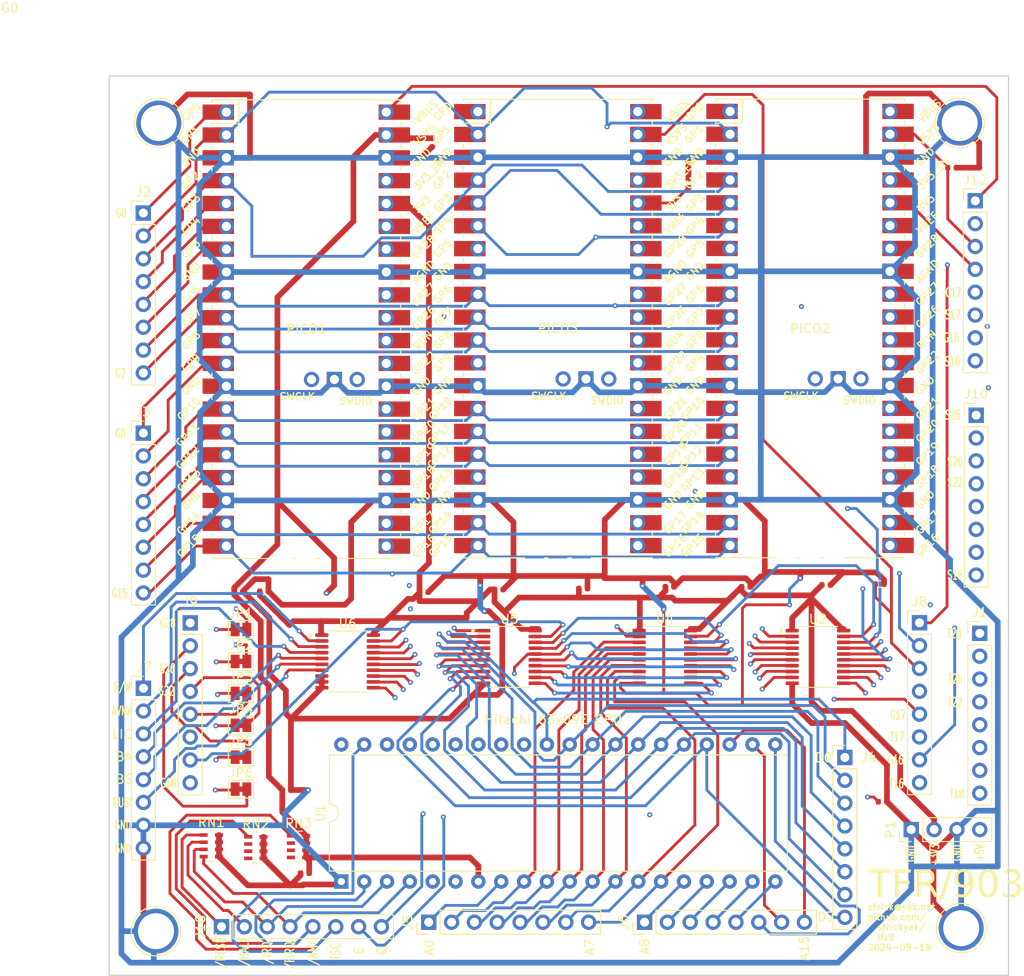
<source format=kicad_pcb>
(kicad_pcb (version 20221018) (generator pcbnew)
  (title_block (title "TFR/903") (date "2024-09-18") (rev "2024-09-18") (company "Henry Strickland     strick@yak.net"))
  (layers (0 "F.Cu" jumper) (1 "In1.Cu" signal) (2 "In2.Cu" signal) (31 "B.Cu" signal) (34 "B.Paste" user) (35 "F.Paste" user) (36 "B.SilkS" user "B.Silkscreen") (37 "F.SilkS" user "F.Silkscreen") (38 "B.Mask" user) (39 "F.Mask" user) (44 "Edge.Cuts" user))
  (net 0 "")
  (net 1 "+5V")
  (net 2 "GND")
  (net 3 "+3V3")
  (net 4 "/tVSYS")
  (net 5 "/t3V3")
  (net 6 "/sVSYS")
  (net 7 "/s3V3")
  (net 8 "/T28")
  (net 9 "/T27")
  (net 10 "/G0")
  (net 11 "/G1")
  (net 12 "/G2")
  (net 13 "/G3")
  (net 14 "/G4")
  (net 15 "/G5")
  (net 16 "/G6")
  (net 17 "/G7")
  (net 18 "/G8")
  (net 19 "/G9")
  (net 20 "/G10")
  (net 21 "/G11")
  (net 22 "/G12")
  (net 23 "/G13")
  (net 24 "/G14")
  (net 25 "/G15")
  (net 26 "/D0")
  (net 27 "/D1")
  (net 28 "/D2")
  (net 29 "/D3")
  (net 30 "/D4")
  (net 31 "/D5")
  (net 32 "/D6")
  (net 33 "/D7")
  (net 34 "/A0")
  (net 35 "/A1")
  (net 36 "/A2")
  (net 37 "/A3")
  (net 38 "/A4")
  (net 39 "/A5")
  (net 40 "/A6")
  (net 41 "/A7")
  (net 42 "/A8")
  (net 43 "/A9")
  (net 44 "/A10")
  (net 45 "/A11")
  (net 46 "/A12")
  (net 47 "/A13")
  (net 48 "/A14")
  (net 49 "/A15")
  (net 50 "/R{slash}W")
  (net 51 "/AVMA")
  (net 52 "/LIC")
  (net 53 "/BA")
  (net 54 "/BS")
  (net 55 "/BUSY")
  (net 56 "/G28")
  (net 57 "/G27")
  (net 58 "/G26")
  (net 59 "/G22")
  (net 60 "/G21")
  (net 61 "/G20")
  (net 62 "/G19")
  (net 63 "/G18")
  (net 64 "/T26")
  (net 65 "/T22")
  (net 66 "/T21")
  (net 67 "/T20")
  (net 68 "/T19")
  (net 69 "/T18")
  (net 70 "/gVBUS")
  (net 71 "/tVBUS")
  (net 72 "/T17")
  (net 73 "/T16")
  (net 74 "/G17")
  (net 75 "/G16")
  (net 76 "/S28")
  (net 77 "/S27")
  (net 78 "/{slash}RESET")
  (net 79 "/{slash}HALT")
  (net 80 "/{slash}IRQ")
  (net 81 "/{slash}FIRQ")
  (net 82 "/{slash}NMI")
  (net 83 "/TSC")
  (net 84 "/ECLK")
  (net 85 "/QCLK")
  (net 86 "/S26")
  (net 87 "/S22")
  (net 88 "/S21")
  (net 89 "/S20")
  (net 90 "/S19")
  (net 91 "/S18")
  (net 92 "/sVBUS")
  (net 93 "/S17")
  (net 94 "/S16")
  (footprint "Capacitor_SMD:C_0402_1005Metric" (layer "F.Cu") (at 114.4 61.92 90)
    (fp_text reference "C6" hide)
    (fp_text value "0.1uF")
  )
  (footprint "Capacitor_SMD:C_0402_1005Metric" (layer "F.Cu") (at 102.7 107)
    (fp_text reference "C9" hide)
    (fp_text value "0.1uF")
  )
  (footprint "Jumper:SolderJumper-2_P1.3mm_Bridged_Pad1.0x1.5mm" (layer "F.Cu") (at 64.65 122.2)
    (fp_text reference "JP4")
    (fp_text value "Jumper_2_Bridged")
  )
  (footprint "Resistor_SMD:R_Array_Concave_4x0603" (layer "F.Cu") (at 66.3 135.8)
    (fp_text reference "RN2")
    (fp_text value "R_Pack04")
  )
  (footprint "Capacitor_SMD:C_0402_1005Metric" (layer "F.Cu") (at 69.72 129.4)
    (fp_text reference "C1" hide)
    (fp_text value "0.1uF")
  )
  (footprint "aaa-pico:RPi_PicoW_SMD_TH" (layer "F.Cu") (at 99.885 78.09)
    (fp_text reference "PICO3")
    (fp_text value "Pico")
  )
  (footprint "Connector_PinHeader_2.54mm:PinHeader_1x08_P2.54mm_Vertical" (layer "F.Cu") (at 53.8 118.08)
    (fp_text reference "J7")
    (fp_text value "Conn_01x08")
  )
  (footprint "Connector_PinHeader_2.54mm:PinHeader_1x08_P2.54mm_Vertical" (layer "F.Cu") (at 140.1 110.8)
    (fp_text reference "J8")
    (fp_text value "Conn_01x08")
  )
  (footprint "Package_SO:TSSOP-20_4.4x6.5mm_P0.65mm" (layer "F.Cu") (at 76.5 115.1)
    (property "VALUE" "TRANSCEIVER-8BIT")
    (fp_text reference "U6")
    (fp_text value "SN74LVC245A")
  )
  (footprint "Connector_PinHeader_2.54mm:PinHeader_1x08_P2.54mm_Vertical" (layer "F.Cu") (at 62.485 144.6 90)
    (fp_text reference "J16")
    (fp_text value "Conn_01x08")
  )
  (footprint "TestPoint:TestPoint_Plated_Hole_D4.0mm" (layer "F.Cu") (at 55.1959 145.0959)
    (fp_text reference "H3" hide)
    (fp_text value "MountingHole_Pad")
  )
  (footprint "Jumper:SolderJumper-2_P1.3mm_Bridged_Pad1.0x1.5mm" (layer "F.Cu") (at 64.65 111.55)
    (fp_text reference "JP1")
    (fp_text value "Jumper_2_Bridged")
  )
  (footprint "Connector_PinHeader_2.54mm:PinHeader_1x08_P2.54mm_Vertical" (layer "F.Cu") (at 146.3 63.88)
    (fp_text reference "J12")
    (fp_text value "Conn_01x08")
  )
  (footprint "TestPoint:TestPoint_Plated_Hole_D4.0mm" (layer "F.Cu") (at 144.565 55.24)
    (fp_text reference "H2" hide)
    (fp_text value "MountingHole_Pad")
  )
  (footprint "Resistor_SMD:R_Array_Concave_4x0603" (layer "F.Cu") (at 71.05 135.7)
    (fp_text reference "RN3")
    (fp_text value "R_Pack04")
  )
  (footprint "Capacitor_SMD:C_0402_1005Metric" (layer "F.Cu") (at 136 130.7)
    (fp_text reference "C17" hide)
    (fp_text value "0.1uF")
  )
  (footprint "Connector_PinHeader_2.54mm:PinHeader_1x08_P2.54mm_Vertical" (layer "F.Cu") (at 53.79 65.24)
    (fp_text reference "J2")
    (fp_text value "Conn_01x08")
  )
  (footprint "Package_SO:TSSOP-20_4.4x6.5mm_P0.65mm" (layer "F.Cu") (at 94.5 114.6)
    (property "VALUE" "TRANSCEIVER-8BIT")
    (fp_text reference "U5")
    (fp_text value "SN74LVC245A")
  )
  (footprint "Package_SO:TSSOP-20_4.4x6.5mm_P0.65mm" (layer "F.Cu") (at 128.8 114.6)
    (property "VALUE" "TRANSCEIVER-8BIT")
    (fp_text reference "U2")
    (fp_text value "SN74LVC245A")
  )
  (footprint "Connector_PinHeader_2.54mm:PinHeader_1x08_P2.54mm_Vertical" (layer "F.Cu") (at 146.8 111.98)
    (fp_text reference "J1")
    (fp_text value "Conn_01x08")
  )
  (footprint "Connector_PinHeader_2.54mm:PinHeader_1x08_P2.54mm_Vertical" (layer "F.Cu") (at 131.8 125.78)
    (fp_text reference "J4")
    (fp_text value "Conn_01x08")
  )
  (footprint "Capacitor_SMD:C_0402_1005Metric" (layer "F.Cu") (at 84.98 107.4)
    (fp_text reference "C2" hide)
    (fp_text value "0.1uF")
  )
  (footprint "Resistor_SMD:R_Array_Concave_4x0603" (layer "F.Cu") (at 61.35 135.6)
    (fp_text reference "RN1")
    (fp_text value "R_Pack04")
  )
  (footprint "Connector_PinHeader_2.54mm:PinHeader_1x04_P2.54mm_Vertical" (layer "F.Cu") (at 139.18 133.8 90)
    (fp_text reference "P1")
    (fp_text value "Power Bus")
  )
  (footprint "Package_DIP:DIP-40_W15.24mm" (layer "F.Cu") (at 75.805 139.575 90)
    (fp_text reference "U1")
    (fp_text value "MC6809E")
  )
  (footprint "aaa-pico:RPi_PicoW_SMD_TH" (layer "F.Cu") (at 127.925 78.07)
    (fp_text reference "PICO2")
    (fp_text value "Pico")
  )
  (footprint "Connector_PinHeader_2.54mm:PinHeader_1x08_P2.54mm_Vertical" (layer "F.Cu") (at 109.525 144.1 90)
    (fp_text reference "J6")
    (fp_text value "Conn_01x08")
  )
  (footprint "Capacitor_SMD:C_0402_1005Metric" (layer "F.Cu") (at 129.72 106.6)
    (fp_text reference "C4" hide)
    (fp_text value "0.1uF")
  )
  (footprint "Jumper:SolderJumper-2_P1.3mm_Bridged_Pad1.0x1.5mm" (layer "F.Cu") (at 64.65 115.1)
    (fp_text reference "JP2")
    (fp_text value "Jumper_2_Bridged")
  )
  (footprint "Capacitor_SMD:C_0402_1005Metric" (layer "F.Cu") (at 67.22 107.3)
    (fp_text reference "C8" hide)
    (fp_text value "0.1uF")
  )
  (footprint "Capacitor_SMD:C_0402_1005Metric" (layer "F.Cu") (at 135.68 106.5)
    (fp_text reference "C3" hide)
    (fp_text value "0.1uF")
  )
  (footprint "Connector_PinHeader_2.54mm:PinHeader_1x08_P2.54mm_Vertical" (layer "F.Cu") (at 53.79 89.71)
    (fp_text reference "J3")
    (fp_text value "Conn_01x08")
  )
  (footprint "Capacitor_SMD:C_0402_1005Metric" (layer "F.Cu") (at 85.9 57.4 -90)
    (fp_text reference "C11" hide)
    (fp_text value "0.1uF")
  )
  (footprint "Connector_PinHeader_2.54mm:PinHeader_1x08_P2.54mm_Vertical" (layer "F.Cu") (at 85.525 144.1 90)
    (fp_text reference "J5")
    (fp_text value "Conn_01x08")
  )
  (footprint "Capacitor_SMD:C_0402_1005Metric" (layer "F.Cu") (at 120.8 106.8)
    (fp_text reference "C7" hide)
    (fp_text value "0.1uF")
  )
  (footprint "Capacitor_SMD:C_0402_1005Metric" (layer "F.Cu") (at 112.32 106.8)
    (fp_text reference "C5" hide)
    (fp_text value "0.1uF")
  )
  (footprint "Capacitor_SMD:C_0402_1005Metric" (layer "F.Cu") (at 143.72 60.2)
    (fp_text reference "C16" hide)
    (fp_text value "0.1uF")
  )
  (footprint "TestPoint:TestPoint_Plated_Hole_D4.0mm" (layer "F.Cu") (at 55.5059 55.2341)
    (fp_text reference "H1" hide)
    (fp_text value "MountingHole_Pad")
  )
  (footprint "TestPoint:TestPoint_Plated_Hole_D4.0mm" (layer "F.Cu") (at 144.735 144.76)
    (fp_text reference "H4" hide)
    (fp_text value "MountingHole_Pad")
  )
  (footprint "Jumper:SolderJumper-2_P1.3mm_Bridged_Pad1.0x1.5mm" (layer "F.Cu") (at 64.65 129.3)
    (fp_text reference "JP6")
    (fp_text value "Jumper_2_Bridged")
  )
  (footprint "Jumper:SolderJumper-2_P1.3mm_Bridged_Pad1.0x1.5mm" (layer "F.Cu") (at 64.65 118.65)
    (fp_text reference "JP3")
    (fp_text value "Jumper_2_Bridged")
  )
  (footprint "Capacitor_SMD:C_0402_1005Metric" (layer "F.Cu") (at 71.75 138.65 180)
    (fp_text reference "C12" hide)
    (fp_text value "0.1uF")
  )
  (footprint "Connector_PinHeader_2.54mm:PinHeader_1x08_P2.54mm_Vertical" (layer "F.Cu") (at 59 110.82)
    (fp_text reference "J9")
    (fp_text value "Conn_01x08")
  )
  (footprint "Capacitor_SMD:C_0402_1005Metric" (layer "F.Cu") (at 93.32 107.1)
    (fp_text reference "C10" hide)
    (fp_text value "0.1uF")
  )
  (footprint "aaa-pico:RPi_PicoW_SMD_TH" (layer "F.Cu") (at 71.91 78.15)
    (fp_text reference "PICO1")
    (fp_text value "Pico")
  )
  (footprint "Connector_PinHeader_2.54mm:PinHeader_1x08_P2.54mm_Vertical" (layer "F.Cu") (at 146.4 87.72)
    (fp_text reference "J10")
    (fp_text value "Conn_01x08")
  )
  (footprint "Package_SO:TSSOP-20_4.4x6.5mm_P0.65mm" (layer "F.Cu") (at 111.7875 114.6)
    (property "VALUE" "TRANSCEIVER-8BIT")
    (fp_text reference "U4")
    (fp_text value "SN74LVC245A")
  )
  (footprint "Jumper:SolderJumper-2_P1.3mm_Bridged_Pad1.0x1.5mm" (layer "F.Cu") (at 64.65 125.75)
    (fp_text reference "JP5")
    (fp_text value "Jumper_2_Bridged")
  )
  (gr_line (start 50 50) (end 150 50) (stroke (width 0.15)) (layer "Edge.Cuts"))
  (gr_line (start 150 150) (end 50 150) (stroke (width 0.15)) (layer "Edge.Cuts"))
  (gr_line (start 50 150) (end 50 50) (stroke (width 0.15)) (layer "Edge.Cuts"))
  (gr_line (start 150 50) (end 150 150) (stroke (width 0.15)) (layer "Edge.Cuts"))
  (gr_text "AVMA" (at 50.2 120.6) (layer "F.SilkS") (effects (font (size 1 0.6)) (justify left)))
  (gr_text "G7" (at 51.25 83.1) (layer "F.SilkS") (effects (font (size 1 0.6))))
  (gr_text "G17" (at 137.7 121.05) (layer "F.SilkS") (effects (font (size 1 0.6))))
  (gr_text "TFR/903" (at 134.4 141.8) (layer "F.SilkS") (effects (font (size 3 3)) (justify left bottom)))
  (gr_text "G26" (at 56.45 115.9) (layer "F.SilkS") (effects (font (size 1 0.6))))
  (gr_text "T16" (at 137.55 128.7) (layer "F.SilkS") (effects (font (size 1 0.6))))
  (gr_text "/NMI" (at 72.635 148.99 90) (layer "F.SilkS") (effects (font (size 1 0.7)) (justify left)))
  (gr_text "G0" (at 37.85 43) (layer "F.SilkS") (effects (font (size 1 1)) (justify left bottom)))
  (gr_text "/RESET" (at 62.405 149.27 90) (layer "F.SilkS") (effects (font (size 1 0.7)) (justify left)))
  (gr_text "G16" (at 137.45 126.05) (layer "F.SilkS") (effects (font (size 1 0.6))))
  (gr_text "G0" (at 51.35 65.25) (layer "F.SilkS") (effects (font (size 1 0.6))))
  (gr_text "T18" (at 144.25 129.85) (layer "F.SilkS") (effects (font (size 1 0.6))))
  (gr_text "Q" (at 80.315 147.87 90) (layer "F.SilkS") (effects (font (size 1 1)) (justify left)))
  (gr_text "S18" (at 144.05 105.5) (layer "F.SilkS") (effects (font (size 1 0.6))))
  (gr_text "G17" (at 143.85 74.1) (layer "F.SilkS") (effects (font (size 1 0.6))))
  (gr_text "/HALT" (at 64.985 149.08 90) (layer "F.SilkS") (effects (font (size 1 0.7)) (justify left)))
  (gr_text "BS" (at 50.6 128.2) (layer "F.SilkS") (effects (font (size 1 1)) (justify left)))
  (gr_text "GND" (at 139.2 137.5 90) (layer "F.SilkS") (effects (font (size 1 0.6)) (justify left)))
  (gr_text "A15" (at 127.265 148.47 90) (layer "F.SilkS") (effects (font (size 1 1)) (justify left)))
  (gr_text "/FIRQ" (at 70.085 149.45 90) (layer "F.SilkS") (effects (font (size 1 0.7)) (justify left)))
  (gr_text "/IRQ" (at 67.565 148.85 90) (layer "F.SilkS") (effects (font (size 1 0.7)) (justify left)))
  (gr_text "+5V" (at 146.8 137.4 90) (layer "F.SilkS") (effects (font (size 1 0.6)) (justify left)))
  (gr_text "G15" (at 51.15 107.55) (layer "F.SilkS") (effects (font (size 1 0.6))))
  (gr_text "G28" (at 56.5 110.85) (layer "F.SilkS") (effects (font (size 1 0.6))))
  (gr_text "A8" (at 109.555 147.81 90) (layer "F.SilkS") (effects (font (size 1 1)) (justify left)))
  (gr_text "S22" (at 144.05 95.2) (layer "F.SilkS") (effects (font (size 1 0.6))))
  (gr_text "T26" (at 144.1 117.05) (layer "F.SilkS") (effects (font (size 1 0.6))))
  (gr_text "S28" (at 143.8 87.7) (layer "F.SilkS") (effects (font (size 1 0.6))))
  (gr_text "S26" (at 144.05 92.9) (layer "F.SilkS") (effects (font (size 1 0.6))))
  (gr_text "A7" (at 103.385 147.9 90) (layer "F.SilkS") (effects (font (size 1 1)) (justify left)))
  (gr_text "E" (at 77.765 147.84 90) (layer "F.SilkS") (effects (font (size 1 1)) (justify left)))
  (gr_text "D0" (at 128.35 126.4) (layer "F.SilkS") (effects (font (size 1 1)) (justify left bottom)))
  (gr_text "TSC" (at 75.185 148.42 90) (layer "F.SilkS") (effects (font (size 1 0.7)) (justify left)))
  (gr_text "G8" (at 51.25 89.75) (layer "F.SilkS") (effects (font (size 1 0.6))))
  (gr_text "G16" (at 143.65 79.1) (layer "F.SilkS") (effects (font (size 1 0.6))))
  (gr_text "D7" (at 128.635 144.1) (layer "F.SilkS") (effects (font (size 1 1)) (justify left bottom)))
  (gr_text "A0" (at 85.585 147.93 90) (layer "F.SilkS") (effects (font (size 1 1)) (justify left)))
  (gr_text "GND" (at 144.3 137.4 90) (layer "F.SilkS") (effects (font (size 1 0.6)) (justify left)))
  (gr_text "G22" (at 56.35 118.4) (layer "F.SilkS") (effects (font (size 1 0.6))))
  (gr_text "T22" (at 144.05 119.65) (layer "F.SilkS") (effects (font (size 1 0.6))))
  (gr_text "R/W" (at 50.4 117.9) (layer "F.SilkS") (effects (font (size 1 0.6)) (justify left)))
  (gr_text "G18" (at 56.55 128.65) (layer "F.SilkS") (effects (font (size 1 0.6))))
  (gr_text "GND" (at 50.5 133.3) (layer "F.SilkS") (effects (font (size 1 0.6)) (justify left)))
  (gr_text "S17" (at 143.8 76.55) (layer "F.SilkS") (effects (font (size 1 0.6))))
  (gr_text "GND" (at 50.5 135.9) (layer "F.SilkS") (effects (font (size 1 0.6)) (justify left)))
  (gr_text "BA" (at 50.6 125.7) (layer "F.SilkS") (effects (font (size 1 1)) (justify left)))
  (gr_text "T28" (at 143.95 112) (layer "F.SilkS") (effects (font (size 1 0.6))))
  (gr_text "S16" (at 143.75 81.75) (layer "F.SilkS") (effects (font (size 1 0.6))))
  (gr_text "Hitachi 63x09E CPU" (at 91.6 122.15) (layer "F.SilkS") (effects (font (size 1 1)) (justify left bottom)))
  (gr_text "LIC" (at 50.2 123.2) (layer "F.SilkS") (effects (font (size 1 1)) (justify left)))
  (gr_text "+3V3" (at 141.8 137.9 90) (layer "F.SilkS") (effects (font (size 1 0.6)) (justify left)))
  (gr_text "T17" (at 137.6 123.5) (layer "F.SilkS") (effects (font (size 1 0.6))))
  (gr_text "BUSY" (at 50.3 130.8) (layer "F.SilkS") (effects (font (size 1 0.6)) (justify left)))
  (gr_text "strick@yak.net\ngithub.com/\n  strickyak/\n  tfr9\n2024-09-18" (at 134.25 144.65) (layer "F.SilkS") (effects (font (size 0.7 0.7) (thickness 0.14) bold) (justify left)))
  (segment (start 71.9 135.3) (end 71.9 134.5) (width 0.635) (layer "F.Cu") (net 1))
  (segment (start 67.7475 127.908) (end 69.24 129.4) (width 0.635) (layer "F.Cu") (net 1))
  (segment (start 67.7475 117.774898) (end 67.7475 127.908) (width 0.635) (layer "F.Cu") (net 1))
  (segment (start 75 103.6) (end 75 106.65) (width 0.635) (layer "F.Cu") (net 1))
  (segment (start 69.24 129.4) (end 69.24 131.84) (width 0.635) (layer "F.Cu") (net 1))
  (segment (start 69.24 131.84) (end 71.9 134.5) (width 0.635) (layer "F.Cu") (net 1))
  (segment (start 91.045 139.575) (end 91.045 137.845) (width 0.635) (layer "F.Cu") (net 1))
  (segment (start 63.8975 107.695) (end 66.8475 110.645) (width 0.635) (layer "F.Cu") (net 1))
  (segment (start 90.1 136.9) (end 71.9 136.9) (width 0.635) (layer "F.Cu") (net 1))
  (segment (start 71.9 136.1) (end 71.9 135.3) (width 0.635) (layer "F.Cu") (net 1))
  (segment (start 72.23 138.65) (end 72.23 137.23) (width 0.635) (layer "F.Cu") (net 1))
  (segment (start 66.8475 116.874898) (end 67.7475 117.774898) (width 0.635) (layer "F.Cu") (net 1))
  (segment (start 68.7 97.3) (end 75 103.6) (width 0.635) (layer "F.Cu") (net 1))
  (segment (start 72.23 137.23) (end 71.9 136.9) (width 0.635) (layer "F.Cu") (net 1))
  (segment (start 85.9 56.92) (end 81.16 56.92) (width 0.635) (layer "F.Cu") (net 1))
  (segment (start 79.5979 56.56) (end 77.15 59.0079) (width 0.635) (layer "F.Cu") (net 1))
  (segment (start 63.8975 106.905) (end 63.8975 107.695) (width 0.635) (layer "F.Cu") (net 1))
  (segment (start 75 106.65) (end 74.15 107.5) (width 0.635) (layer "F.Cu") (net 1))
  (segment (start 68.7 97.3) (end 68.7 102.103) (width 0.635) (layer "F.Cu") (net 1))
  (segment (start 68.7 102.103) (end 63.8975 106.905) (width 0.635) (layer "F.Cu") (net 1))
  (segment (start 81.16 56.92) (end 80.8 56.56) (width 0.635) (layer "F.Cu") (net 1))
  (segment (start 66.8475 110.645) (end 66.8475 116.874898) (width 0.635) (layer "F.Cu") (net 1))
  (segment (start 91.045 137.845) (end 90.1 136.9) (width 0.635) (layer "F.Cu") (net 1))
  (segment (start 68.7 74.6) (end 68.7 97.3) (width 0.635) (layer "F.Cu") (net 1))
  (segment (start 71.9 136.9) (end 71.9 136.1) (width 0.635) (layer "F.Cu") (net 1))
  (segment (start 80.8 56.56) (end 79.5979 56.56) (width 0.635) (layer "F.Cu") (net 1))
  (segment (start 77.15 66.15) (end 68.7 74.6) (width 0.635) (layer "F.Cu") (net 1))
  (segment (start 77.15 59.0079) (end 77.15 66.15) (width 0.635) (layer "F.Cu") (net 1))
  (via (at 74.15 107.5) (size 0.5588) (drill 0.254) (layers "F.Cu" "B.Cu") (net 1))
  (segment (start 103.15 105.6) (end 103.18 105.63) (width 0.635) (layer "F.Cu") (net 2))
  (segment (start 120.4 109.2) (end 120.8 108.8) (width 0.3176) (layer "F.Cu") (net 2))
  (segment (start 120.4 119.95) (end 125.75 119.95) (width 0.3176) (layer "F.Cu") (net 2))
  (segment (start 116.6 119.95) (end 120.4 119.95) (width 0.3176) (layer "F.Cu") (net 2))
  (segment (start 67.7 107.3) (end 67.7 105.95) (width 0.635) (layer "F.Cu") (net 2))
  (segment (start 67.8 116.480359) (end 69.6375 118.317859) (width 0.635) (layer "F.Cu") (net 2))
  (segment (start 120.4 119.95) (end 120.4057 119.9443) (width 0.3176) (layer "F.Cu") (net 2))
  (segment (start 73.6125 117.35) (end 73.6375 117.375) (width 0.635) (layer "F.Cu") (net 2))
  (segment (start 134.45 51.95) (end 141.275 51.95) (width 0.635) (layer "F.Cu") (net 2))
  (segment (start 120.4057 109.2057) (end 120.4 109.2) (width 0.3176) (layer "F.Cu") (net 2))
  (segment (start 107.29 97.14) (end 105.1 99.33) (width 0.635) (layer "F.Cu") (net 2))
  (segment (start 66.2 105.95) (end 64.85 107.3) (width 0.635) (layer "F.Cu") (net 2))
  (segment (start 112.8 106.35) (end 112.8 106.8) (width 0.635) (layer "F.Cu") (net 2))
  (segment (start 71.27 138.65) (end 71.27 138.88) (width 0.635) (layer "F.Cu") (net 2))
  (segment (start 103.18 105.63) (end 103.18 107) (width 0.635) (layer "F.Cu") (net 2))
  (segment (start 94.95 105.45) (end 95.1 105.6) (width 0.635) (layer "F.Cu") (net 2))
  (segment (start 125.75 119.95) (end 125.9375 119.7625) (width 0.3176) (layer "F.Cu") (net 2))
  (segment (start 65.4 140) (end 70.15 140) (width 0.635) (layer "F.Cu") (net 2))
  (segment (start 111.65 118.65) (end 111.65 109.3025) (width 0.3176) (layer "F.Cu") (net 2))
  (segment (start 109.044 117.525) (end 108.925 117.525) (width 0.3176) (layer "F.Cu") (net 2))
  (segment (start 53.8 143.7) (end 55.1959 145.0959) (width 0.635) (layer "F.Cu") (net 2))
  (segment (start 93.8 107.1) (end 94.5767 106.3237) (width 0.635) (layer "F.Cu") (net 2))
  (segment (start 122.9 105.648) (end 123.398 105.15) (width 0.635) (layer "F.Cu") (net 2))
  (segment (start 103.15 105.6) (end 104.852 105.6) (width 0.635) (layer "F.Cu") (net 2))
  (segment (start 87.8375 121.462) (end 90.474926 118.824926) (width 0.635) (layer "F.Cu") (net 2))
  (segment (start 122.9 99.5) (end 122.9 105.648) (width 0.635) (layer "F.Cu") (net 2))
  (segment (start 106.881 117.525) (end 106.85 117.556) (width 0.3176) (layer "F.Cu") (net 2))
  (segment (start 108.925 117.525) (end 106.881 117.525) (width 0.3176) (layer "F.Cu") (net 2))
  (segment (start 63.02 59.1) (end 65.5 59.1) (width 0.635) (layer "F.Cu") (net 2))
  (segment (start 67.15 137) (end 67.15 136.2) (width 0.635) (layer "F.Cu") (net 2))
  (segment (start 70.15 140) (end 71.525 140) (width 0.635) (layer "F.Cu") (net 2))
  (segment (start 141.65 141.95) (end 144.46 144.76) (width 0.635) (layer "F.Cu") (net 2))
  (segment (start 134.15 58.9) (end 134.15 52.25) (width 0.635) (layer "F.Cu") (net 2))
  (segment (start 70.2 129.4) (end 70.2 121.462) (width 0.635) (layer "F.Cu") (net 2))
  (segment (start 90.474926 118.824926) (end 91.59 117.71) (width 0.635) (layer "F.Cu") (net 2))
  (segment (start 141.65 135.8) (end 142.26 135.8) (width 0.635) (layer "F.Cu") (net 2))
  (segment (start 67.15 135.4) (end 67.15 134.6) (width 0.635) (layer "F.Cu") (net 2))
  (segment (start 73.6562 117.35) (end 73.6125 117.35) (width 0.3176) (layer "F.Cu") (net 2))
  (segment (start 64.85 107.3) (end 67.8 110.25) (width 0.635) (layer "F.Cu") (net 2))
  (segment (start 85.9 57.88) (end 84.68 59.1) (width 0.635) (layer "F.Cu") (net 2))
  (segment (start 62.2 135.2) (end 62.2 136) (width 0.635) (layer "F.Cu") (net 2))
  (segment (start 136.16 106.05) (end 136.16 106.5) (width 0.635) (layer "F.Cu") (net 2))
  (segment (start 120.52 97.12) (end 122.9 99.5) (width 0.635) (layer "F.Cu") (net 2))
  (segment (start 73.7 118.025) (end 73.6375 118.025) (width 0.3176) (layer "F.Cu") (net 2))
  (segment (start 76.2 108.8) (end 76.9 108.1) (width 0.635) (layer "F.Cu") (net 2))
  (segment (start 71.525 140) (end 71.625 139.9) (width 0.635) (layer "F.Cu") (net 2))
  (segment (start 135.31 105.2) (end 136.16 106.05) (width 0.635) (layer "F.Cu") (net 2))
  (segment (start 93.175074 118.824926) (end 93.2 118.8) (width 0.635) (layer "F.Cu") (net 2))
  (segment (start 69.6375 118.317859) (end 69.6375 120.9) (width 0.635) (layer "F.Cu") (net 2))
  (segment (start 114.48 59.02) (end 114.4 59.1) (width 0.635) (layer "F.Cu") (net 2))
  (segment (start 85.46 107.4) (end 87.26 105.6) (width 0.635) (layer "F.Cu") (net 2))
  (segment (start 105.1 105.848) (end 109.3 105.848) (width 0.635) (layer "F.Cu") (net 2))
  (segment (start 91.59 117.71) (end 91.6375 117.71) (width 0.635) (layer "F.Cu") (net 2))
  (segment (start 67.15 136.2) (end 67.15 135.4) (width 0.635) (layer "F.Cu") (net 2))
  (segment (start 95.1 105.6) (end 95.1 105.8004) (width 0.635) (layer "F.Cu") (net 2))
  (segment (start 67.7 105.95) (end 66.2 105.95) (width 0.635) (layer "F.Cu") (net 2))
  (segment (start 65.65 52.05) (end 58.69 52.05) (width 0.635) (layer "F.Cu") (net 2))
  (segment (start 119.035 59.02) (end 114.48 59.02) (width 0.635) (layer "F.Cu") (net 2))
  (segment (start 93.2 118.8) (end 93.7 118.3) (width 0.635) (layer "F.Cu") (net 2))
  (segment (start 136.48 130.7) (end 136.48 126.63) (width 0.635) (layer "F.Cu") (net 2))
  (segment (start 120.777 105.848) (end 121.28 106.35) (width 0.635) (layer "F.Cu") (net 2))
  (segment (start 70.2 129.4) (end 72.1 129.4) (width 0.635) (layer "F.Cu") (net 2))
  (segment (start 69.2 108.8) (end 76.2 108.8) (width 0.635) (layer "F.Cu") (net 2))
  (segment (start 67.8 110.25) (end 67.8 116.480359) (width 0.635) (layer "F.Cu") (net 2))
  (segment (start 126.85 105.15) (end 126.85 105.85) (width 0.635) (layer "F.Cu") (net 2))
  (segment (start 139.18 133.8) (end 139.18 133.4) (width 0.635) (layer "F.Cu") (net 2))
  (segment (start 92.48 97.14) (end 94.95 99.61) (width 0.635) (layer "F.Cu") (net 2))
  (segment (start 107.45 118.65) (end 111.65 118.65) (width 0.3176) (layer "F.Cu") (net 2))
  (segment (start 131.8 121.95) (end 128.1 121.95) (width 0.635) (layer "F.Cu") (net 2))
  (segment (start 106.85 118.05) (end 107.45 118.65) (width 0.3176) (layer "F.Cu") (net 2))
  (segment (start 125.9375 119.7875) (end 125.9375 119.7625) (width 0.635) (layer "F.Cu") (net 2))
  (segment (start 73.6375 118.025) (end 73.6375 117.375) (width 0.635) (layer "F.Cu") (net 2))
  (segment (start 84.68 59.1) (end 80.8 59.1) (width 0.635) (layer "F.Cu") (net 2))
  (segment (start 90.474926 118.824926) (end 93.175074 118.824926) (width 0.635) (layer "F.Cu") (net 2))
  (segment (start 146.735 57.41) (end 144.565 55.24) (width 0.635) (layer "F.Cu") (net 2))
  (segment (start 106.85 117.556) (end 106.85 118.05) (width 0.3176) (layer "F.Cu") (net 2))
  (segment (start 144.46 144.76) (end 144.735 144.76) (width 0.635) (layer "F.Cu") (net 2))
  (segment (start 134.15 52.25) (end 134.45 51.95) (width 0.635) (layer "F.Cu") (net 2))
  (segment (start 91.25 105.6) (end 91.25 106.65) (width 0.635) (layer "F.Cu") (net 2))
  (segment (start 75.805 139.575) (end 75.48 139.9) (width 0.635) (layer "F.Cu") (net 2))
  (segment (start 125.65 108.8) (end 125.7 108.8) (width 0.3176) (layer "F.Cu") (net 2))
  (segment (start 112.8 106.8) (end 113.752 105.848) (width 0.635) (layer "F.Cu") (net 2))
  (segment (start 139.18 133.4) (end 136.48 130.7) (width 0.635) (layer "F.Cu") (net 2))
  (segment (start 123.398 105.15) (end 126.85 105.15) (width 0.635) (layer "F.Cu") (net 2))
  (segment (start 141.18 135.8) (end 141.65 135.8) (width 0.635) (layer "F.Cu") (net 2))
  (segment (start 69.6375 120.9) (end 70.2 121.462) (width 0.635) (layer "F.Cu") (net 2))
  (segment (start 122.432 105.648) (end 122.9 105.648) (width 0.635) (layer "F.Cu") (net 2))
  (segment (start 91.25 105.6) (end 95.1 105.6) (width 0.635) (layer "F.Cu") (net 2))
  (segment (start 113.752 105.848) (end 120.777 105.848) (width 0.635) (layer "F.Cu") (net 2))
  (segment (start 136.48 126.63) (end 131.8 121.95) (width 0.635) (layer "F.Cu") (net 2))
  (segment (start 67.7 107.3) (end 69.2 108.8) (width 0.635) (layer "F.Cu") (net 2))
  (segment (start 142.26 135.8) (end 144.26 133.8) (width 0.635) (layer "F.Cu") (net 2))
  (segment (start 121.28 106.35) (end 121.28 106.8) (width 0.635) (layer "F.Cu") (net 2))
  (segment (start 71.27 138.88) (end 70.15 140) (width 0.635) (layer "F.Cu") (net 2))
  (segment (start 115.3 118.65) (end 116.6 119.95) (width 0.3176) (layer "F.Cu") (net 2))
  (segment (start 93.7 118.3) (end 93.7 111) (width 0.635) (layer "F.Cu") (net 2))
  (segment (start 136.815 59.02) (end 134.27 59.02) (width 0.635) (layer "F.Cu") (net 2))
  (segment (start 141.65 135.8) (end 141.65 141.95) (width 0.635) (layer "F.Cu") (net 2))
  (segment (start 53.8 135.86) (end 53.8 143.7) (width 0.635) (layer "F.Cu") (net 2))
  (segment (start 131.55 105.15) (end 131.6 105.2) (width 0.635) (layer "F.Cu") (net 2))
  (segment (start 75.48 139.9) (end 71.625 139.9) (width 0.635) (layer "F.Cu") (net 2))
  (segment (start 126.85 105.15) (end 131.55 105.15) (width 0.635) (layer "F.Cu") (net 2))
  (segment (start 95.1 105.8004) (end 94.5767 106.3237) (width 0.635) (layer "F.Cu") (net 2))
  (segment (start 120.4057 119.9443) (end 120.4057 109.2057) (width 0.3176) (layer "F.Cu") (net 2))
  (segment (start 58.69 52.05) (end 55.5059 55.2341) (width 0.635) (layer "F.Cu") (net 2))
  (segment (start 70.2 121.462) (end 87.8375 121.462) (width 0.635) (layer "F.Cu") (net 2))
  (segment (start 76.9 99.615) (end 79.315 97.2) (width 0.635) (layer "F.Cu") (net 2))
  (segment (start 93.7 111) (end 92.2 109.5) (width 0.635) (layer "F.Cu") (net 2))
  (segment (start 95.1 105.6) (end 103.15 105.6) (width 0.635) (layer "F.Cu") (net 2))
  (segment (start 114.4 59.1) (end 114.4 61.44) (width 0.635) (layer "F.Cu") (net 2))
  (segment (start 146.735 57.41) (end 146.735 60.185) (width 0.635) (layer "F.Cu") (net 2))
  (segment (start 112.297 105.848) (end 112.8 106.35) (width 0.635) (layer "F.Cu") (net 2))
  (segment (start 87.26 105.6) (end 91.25 105.6) (width 0.635) (layer "F.Cu") (net 2))
  (segment (start 92.2 109.5) (end 91.7 109.5) (width 0.635) (layer "F.Cu") (net 2))
  (segment (start 120.8 108.8) (end 125.65 108.8) (width 0.3176) (layer "F.Cu") (net 2))
  (segment (start 105.1 99.33) (end 105.1 105.848) (width 0.635) (layer "F.Cu") (net 2))
  (segment (start 111.65 118.65) (end 115.3 118.65) (width 0.3176) (layer "F.Cu") (net 2))
  (segment (start 94.95 99.61) (end 94.95 105.45) (width 0.635) (layer "F.Cu") (net 2))
  (segment (start 65.65 58.95) (end 65.65 52.05) (width 0.635) (layer "F.Cu") (net 2))
  (segment (start 121.28 106.8) (end 122.432 105.648) (width 0.635) (layer "F.Cu") (net 2))
  (segment (start 109.3 105.848) (end 109.3 106.7) (width 0.635) (layer "F.Cu") (net 2))
  (segment (start 130.2 106.6) (end 131.6 105.2) (width 0.635) (layer "F.Cu") (net 2))
  (segment (start 139.18 133.8) (end 141.18 135.8) (width 0.635) (layer "F.Cu") (net 2))
  (segment (start 73.6375 117.375) (end 73.6375 116.91) (width 0.635) (layer "F.Cu") (net 2))
  (segment (start 134.27 59.02) (end 134.15 58.9) (width 0.635) (layer "F.Cu") (net 2))
  (segment (start 141.275 51.95) (end 144.565 55.24) (width 0.635) (layer "F.Cu") (net 2))
  (segment (start 79.315 97.2) (end 80.8 97.2) (width 0.635) (layer "F.Cu") (net 2))
  (segment (start 131.6 105.2) (end 135.31 105.2) (width 0.635) (layer "F.Cu") (net 2))
  (segment (start 62.2 136.8) (end 65.4 140) (width 0.635) (layer "F.Cu") (net 2))
  (segment (start 62.2 134.4) (end 62.2 135.2) (width 0.635) (layer "F.Cu") (net 2))
  (segment (start 90.995 97.14) (end 92.48 97.14) (width 0.635) (layer "F.Cu") (net 2))
  (segment (start 62.2 136) (end 62.2 136.8) (width 0.635) (layer "F.Cu") (net 2))
  (segment (start 94.5767 106.3237) (end 94.8525 106.048) (width 0.635) (layer "F.Cu") (net 2))
  (segment (start 128.1 121.95) (end 125.9375 119.7875) (width 0.635) (layer "F.Cu") (net 2))
  (segment (start 125.9375 119.7625) (end 125.9375 117.71) (width 0.635) (layer "F.Cu") (net 2))
  (segment (start 119.035 97.12) (end 120.52 97.12) (width 0.635) (layer "F.Cu") (net 2))
  (segment (start 91.7 109.5) (end 91.85 109.5) (width 0.635) (layer "F.Cu") (net 2))
  (segment (start 70.15 140) (end 67.15 137) (width 0.635) (layer "F.Cu") (net 2))
  (segment (start 108.775 97.14) (end 107.29 97.14) (width 0.635) (layer "F.Cu") (net 2))
  (segment (start 146.75 60.2) (end 144.2 60.2) (width 0.635) (layer "F.Cu") (net 2))
  (segment (start 65.5 59.1) (end 65.65 58.95) (width 0.635) (layer "F.Cu") (net 2))
  (segment (start 104.852 105.6) (end 105.1 105.848) (width 0.635) (layer "F.Cu") (net 2))
  (segment (start 76.9 99.615) (end 76.9 108.1) (width 0.635) (layer "F.Cu") (net 2))
  (segment (start 109.3 105.848) (end 112.297 105.848) (width 0.635) (layer "F.Cu") (net 2))
  (segment (start 146.735 60.185) (end 146.75 60.2) (width 0.635) (layer "F.Cu") (net 2))
  (segment (start 70.2 121.462) (end 73.6375 118.025) (width 0.635) (layer "F.Cu") (net 2))
  (via (at 72.1 129.4) (size 0.5588) (drill 0.254) (layers "F.Cu" "B.Cu") (net 2))
  (via (at 125.65 108.8) (size 0.5588) (drill 0.254) (layers "F.Cu" "B.Cu") (net 2))
  (via (at 109.3 106.7) (size 0.5588) (drill 0.254) (layers "F.Cu" "B.Cu") (net 2))
  (via (at 111.65 109.3025) (size 0.5588) (drill 0.254) (layers "F.Cu" "B.Cu") (net 2))
  (via (at 91.25 106.65) (size 0.5588) (drill 0.254) (layers "F.Cu" "B.Cu") (net 2))
  (via (at 126.85 105.85) (size 0.5588) (drill 0.254) (layers "F.Cu" "B.Cu") (net 2))
  (via (at 91.7 109.5) (size 0.5588) (drill 0.254) (layers "F.Cu" "B.Cu") (net 2))
  (segment (start 144.25 137.9) (end 144.26 137.89) (width 0.635) (layer "B.Cu") (net 2))
  (segment (start 60.05 74.77) (end 60.05 81.53) (width 0.635) (layer "B.Cu") (net 2))
  (segment (start 51.7285 133.32) (end 53.8 133.32) (width 0.635) (layer "B.Cu") (net 2))
  (segment (start 63.02 84.5) (end 63.755 85.235) (width 0.635) (layer "B.Cu") (net 2))
  (segment (start 139.85 81.385) (end 136.815 84.42) (width 0.635) (layer "B.Cu") (net 2))
  (segment (start 131.049 83.67) (end 131.0491 83.6701) (width 0.635) (layer "B.Cu") (net 2))
  (segment (start 52.35 148.6) (end 54.95 148.6) (width 0.635) (layer "B.Cu") (net 2))
  (segment (start 111.65 109.05) (end 111.65 109.3025) (width 0.635) (layer "B.Cu") (net 2))
  (segment (start 129.564 85.155) (end 131.049 83.67) (width 0.635) (layer "B.Cu") (net 2))
  (segment (start 122.25 97.12) (end 136.815 97.12) (width 0.635) (layer "B.Cu") (net 2))
  (segment (start 51.35 147.6) (end 52.35 148.6) (width 0.635) (layer "B.Cu") (net 2))
  (segment (start 136.815 59.02) (end 139.6 61.805) (width 0.635) (layer "B.Cu") (net 2))
  (segment (start 140.2 59.02) (end 140.785 59.02) (width 0.635) (layer "B.Cu") (net 2))
  (segment (start 60 62.12) (end 60 68.78) (width 0.635) (layer "B.Cu") (net 2))
  (segment (start 125.65 108.8) (end 125.65 107.05) (width 0.3176) (layer "B.Cu") (net 2))
  (segment (start 141.5525 101.7475) (end 141.5525 58.2525) (width 0.635) (layer "B.Cu") (net 2))
  (segment (start 119.015 71.74) (end 119.035 71.72) (width 0.635) (layer "B.Cu") (net 2))
  (segment (start 119.015 84.44) (end 119.035 84.42) (width 0.635) (layer "B.Cu") (net 2))
  (segment (start 148.8 131.7) (end 146.36 131.7) (width 0.635) (layer "B.Cu") (net 2))
  (segment (start 54.95 145.3418) (end 55.1959 145.0959) (width 0.635) (layer "B.Cu") (net 2))
  (segment (start 136.815 97.12) (end 139.9225 100.2275) (width 0.635) (layer "B.Cu") (net 2))
  (segment (start 148.8 131.7) (end 148.8 137.9) (width 0.635) (layer "B.Cu") (net 2))
  (segment (start 57.7 106.05) (end 51.35 112.4) (width 0.635) (layer "B.Cu") (net 2))
  (segment (start 90.995 71.74) (end 108.775 71.74) (width 0.635) (layer "B.Cu") (net 2))
  (segment (start 141.4975 101.8025) (end 143.5 103.805) (width 0.635) (layer "B.Cu") (net 2))
  (segment (start 119.015 97.14) (end 119.035 97.12) (width 0.635) (layer "B.Cu") (net 2))
  (segment (start 63.02 97.2) (end 59.3 100.92) (width 0.635) (layer "B.Cu") (net 2))
  (segment (start 122.45 59.02) (end 136.815 59.02) (width 0.635) (layer "B.Cu") (net 2))
  (segment (start 63.02 59.1) (end 80.8 59.1) (width 0.635) (layer "B.Cu") (net 2))
  (segment (start 90.935 59.1) (end 90.995 59.04) (width 0.635) (layer "B.Cu") (net 2))
  (segment (start 80.8 97.2) (end 90.935 97.2) (width 0.635) (layer "B.Cu") (net 2))
  (segment (start 119.035 71.72) (end 136.815 71.72) (width 0.635) (layer "B.Cu") (net 2))
  (segment (start 136.815 84.42) (end 139.8 87.405) (width 0.635) (layer "B.Cu") (net 2))
  (segment (start 51.35 133.6985) (end 51.35 144.85) (width 0.635) (layer "B.Cu") (net 2))
  (segment (start 136.08 85.155) (end 136.815 84.42) (width 0.635) (layer "B.Cu") (net 2))
  (segment (start 75.0341 83.75) (end 76.5191 85.235) (width 0.635) (layer "B.Cu") (net 2))
  (segment (start 80.8 71.8) (end 90.935 71.8) (width 0.635) (layer "B.Cu") (net 2))
  (segment (start 104.494 85.175) (end 108.04 85.175) (width 0.635) (layer "B.Cu") (net 2))
  (segment (start 119.035 97.12) (end 122.25 97.12) (width 0.635) (layer "B.Cu") (net 2))
  (segment (start 57.8359 57.5641) (end 55.5059 55.2341) (width 0.635) (layer "B.Cu") (net 2))
  (segment (start 143.5 105.4) (end 148.8 110.7) (width 0.635) (layer "B.Cu") (net 2))
  (segment (start 60.05 81.53) (end 63.02 84.5) (width 0.635) (layer "B.Cu") (net 2))
  (segment (start 108.775 59.04) (end 119.015 59.04) (width 0.635) (layer "B.Cu") (net 2))
  (segment (start 103.0091 83.6901) (end 103.0091 83.69) (width 0.635) (layer "B.Cu") (net 2))
  (segment (start 63.02 71.8) (end 60.05 74.77) (width 0.635) (layer "B.Cu") (net 2))
  (segment (start 63.755 85.235) (end 73.5491 85.235) (width 0.635) (layer "B.Cu") (net 2))
  (segment (start 139.6 61.805) (end 139.6 68.935) (width 0.635) (layer "B.Cu") (net 2))
  (segment (start 103.009 83.69) (end 103.0091 83.6901) (width 0.635) (layer "B.Cu") (net 2))
  (segment (start 69.55 133.32) (end 75.805 139.575) (width 0.635) (layer "B.Cu") (net 2))
  (segment (start 131.023 148.6) (end 139.18 140.443) (width 0.635) (layer "B.Cu") (net 2))
  (segment (start 76.5191 85.235) (end 80.065 85.235) (width 0.635) (layer "B.Cu") (net 2))
  (segment (start 54.95 148.6) (end 131.023 148.6) (width 0.635) (layer "B.Cu") (net 2))
  (segment (start 108.775 97.14) (end 119.015 97.14) (width 0.635) (layer "B.Cu") (net 2))
  (segment (start 122.45 59.02) (end 122.45 96.92) (width 0.635) (layer "B.Cu") (net 2))
  (segment (start 90.935 71.8) (end 90.995 71.74) (width 0.635) (layer "B.Cu") (net 2))
  (segment (start 141.4975 101.8025) (end 141.5525 101.7475) (width 0.635) (layer "B.Cu") (net 2))
  (segment (start 141.5525 58.2525) (end 144.565 55.24) (width 0.635) (layer "B.Cu") (net 2))
  (segment (start 119.015 59.04) (end 119.035 59.02) (width 0.635) (layer "B.Cu") (net 2))
  (segment (start 53.8 133.32) (end 69.55 133.32) (width 0.635) (layer "B.Cu") (net 2))
  (segment (start 80.8 59.1) (end 90.935 59.1) (width 0.635) (layer "B.Cu") (net 2))
  (segment (start 91.25 106.65) (end 91.25 109.05) (width 0.635) (layer "B.Cu") (net 2))
  (segment (start 136.815 71.72) (end 139.85 74.755) (width 0.635) (layer "B.Cu") (net 2))
  (segment (start 80.065 85.235) (end 80.8 84.5) (width 0.635) (layer "B.Cu") (net 2))
  (segment (start 139.8 94.135) (end 136.815 97.12) (width 0.635) (layer "B.Cu") (net 2))
  (segment (start 139.18 137.9) (end 139.18 133.8) (width 0.635) (layer "B.Cu") (net 2))
  (segment (start 139.6 68.935) (end 136.815 71.72) (width 0.635) (layer "B.Cu") (net 2))
  (segment (start 51.35 133.6985) (end 51.7285 133.32) (width 0.635) (layer "B.Cu") (net 2))
  (segment (start 139.85 74.755) (end 139.85 81.385) (width 0.635) (layer "B.Cu") (net 2))
  (segment (start 63.02 59.1) (end 59.3718 59.1) (width 0.635) (layer "B.Cu") (net 2))
  (segment (start 131.0491 83.6701) (end 131.0491 83.67) (width 0.635) (layer "B.Cu") (net 2))
  (segment (start 109.3 106.7) (end 111.65 109.05) (width 0.635) (layer "B.Cu") (net 2))
  (segment (start 139.9225 100.2275) (end 141.4975 101.8025) (width 0.635) (layer "B.Cu") (net 2))
  (segment (start 73.5491 85.235) (end 75.0341 83.75) (width 0.635) (layer "B.Cu") (net 2))
  (segment (start 108.775 71.74) (end 119.015 71.74) (width 0.635) (layer "B.Cu") (net 2))
  (segment (start 139.18 140.443) (end 139.18 137.9) (width 0.635) (layer "B.Cu") (net 2))
  (segment (start 63.02 84.5) (end 60.1 87.42) (width 0.635) (layer "B.Cu") (net 2))
  (segment (start 146.36 131.7) (end 144.26 133.8) (width 0.635) (layer "B.Cu") (net 2))
  (segment (start 139.8 87.405) (end 139.8 94.135) (width 0.635) (layer "B.Cu") (net 2))
  (segment (start 131.0491 83.6701) (end 132.534 85.155) (width 0.635) (layer "B.Cu") (net 2))
  (segment (start 108.04 85.175) (end 108.775 84.44) (width 0.635) (layer "B.Cu") (net 2))
  (segment (start 69.55 131.95) (end 72.1 129.4) (width 0.635) (layer "B.Cu") (net 2))
  (segment (start 148.8 110.7) (end 148.8 131.7) (width 0.635) (layer "B.Cu") (net 2))
  (segment (start 91.25 109.05) (end 91.7 109.5) (width 0.635) (layer "B.Cu") (net 2))
  (segment (start 90.935 84.5) (end 90.995 84.44) (width 0.635) (layer "B.Cu") (net 2))
  (segment (start 148.8 137.9) (end 144.25 137.9) (width 0.635) (layer "B.Cu") (net 2))
  (segment (start 91.73 85.175) (end 101.524 85.175) (width 0.635) (layer "B.Cu") (net 2))
  (segment (start 51.35 144.85) (end 51.5959 145.0959) (width 0.635) (layer "B.Cu") (net 2))
  (segment (start 136.815 59.02) (end 140.2 59.02) (width 0.635) (layer "B.Cu") (net 2))
  (segment (start 63.02 59.1) (end 60 62.12) (width 0.635) (layer "B.Cu") (net 2))
  (segment (start 119.035 84.42) (end 119.77 85.155) (width 0.635) (layer "B.Cu") (net 2))
  (segment (start 144.25 137.9) (end 139.18 137.9) (width 0.635) (layer "B.Cu") (net 2))
  (segment (start 63.02 97.2) (end 80.8 97.2) (width 0.635) (layer "B.Cu") (net 2))
  (segment (start 60.1 87.42) (end 60.1 94.28) (width 0.635) (layer "B.Cu") (net 2))
  (segment (start 53.8 133.32) (end 53.8 135.86) (width 0.635) (layer "B.Cu") (net 2))
  (segment (start 122.45 96.92) (end 122.25 97.12) (width 0.635) (layer "B.Cu") (net 2))
  (segment (start 103.0091 83.6901) (end 104.494 85.175) (width 0.635) (layer "B.Cu") (net 2))
  (segment (start 80.8 84.5) (end 90.935 84.5) (width 0.635) (layer "B.Cu") (net 2))
  (segment (start 54.95 148.6) (end 54.95 145.3418) (width 0.635) (layer "B.Cu") (net 2))
  (segment (start 57.7 106.05) (end 57.7 57.7) (width 0.635) (layer "B.Cu") (net 2))
  (segment (start 140.785 59.02) (end 141.5525 58.2525) (width 0.635) (layer "B.Cu") (net 2))
  (segment (start 90.995 84.44) (end 91.73 85.175) (width 0.635) (layer "B.Cu") (net 2))
  (segment (start 108.775 84.44) (end 119.015 84.44) (width 0.635) (layer "B.Cu") (net 2))
  (segment (start 90.995 59.04) (end 108.775 59.04) (width 0.635) (layer "B.Cu") (net 2))
  (segment (start 57.7 57.7) (end 57.8359 57.5641) (width 0.635) (layer "B.Cu") (net 2))
  (segment (start 51.5959 145.0959) (end 55.1959 145.0959) (width 0.635) (layer "B.Cu") (net 2))
  (segment (start 63.02 71.8) (end 80.8 71.8) (width 0.635) (layer "B.Cu") (net 2))
  (segment (start 132.534 85.155) (end 136.08 85.155) (width 0.635) (layer "B.Cu") (net 2))
  (segment (start 144.26 137.89) (end 144.26 133.8) (width 0.635) (layer "B.Cu") (net 2))
  (segment (start 90.995 97.14) (end 108.775 97.14) (width 0.635) (layer "B.Cu") (net 2))
  (segment (start 119.77 85.155) (end 129.564 85.155) (width 0.635) (layer "B.Cu") (net 2))
  (segment (start 51.35 144.85) (end 51.35 147.6) (width 0.635) (layer "B.Cu") (net 2))
  (segment (start 119.035 59.02) (end 122.45 59.02) (width 0.635) (layer "B.Cu") (net 2))
  (segment (start 101.524 85.175) (end 103.009 83.69) (width 0.635) (layer "B.Cu") (net 2))
  (segment (start 59.3 104.45) (end 57.7 106.05) (width 0.635) (layer "B.Cu") (net 2))
  (segment (start 51.35 112.4) (end 51.35 133.6985) (width 0.635) (layer "B.Cu") (net 2))
  (segment (start 90.935 97.2) (end 90.995 97.14) (width 0.635) (layer "B.Cu") (net 2))
  (segment (start 69.55 133.32) (end 69.55 131.95) (width 0.635) (layer "B.Cu") (net 2))
  (segment (start 143.5 103.805) (end 143.5 105.4) (width 0.635) (layer "B.Cu") (net 2))
  (segment (start 59.3718 59.1) (end 57.8359 57.5641) (width 0.635) (layer "B.Cu") (net 2))
  (segment (start 125.65 107.05) (end 126.85 105.85) (width 0.3176) (layer "B.Cu") (net 2))
  (segment (start 60.1 94.28) (end 63.02 97.2) (width 0.635) (layer "B.Cu") (net 2))
  (segment (start 59.3 100.92) (end 59.3 104.45) (width 0.635) (layer "B.Cu") (net 2))
  (segment (start 60 68.78) (end 63.02 71.8) (width 0.635) (layer "B.Cu") (net 2))
  (segment (start 144.735 138.365) (end 144.735 144.76) (width 0.635) (layer "B.Cu") (net 2))
  (segment (start 109 108) (end 109 111.49) (width 0.635) (layer "F.Cu") (net 3))
  (segment (start 114.651 111.49) (end 114.6505 111.49) (width 0.635) (layer "F.Cu") (net 3))
  (segment (start 128.095 108.108) (end 131.478 111.49) (width 0.635) (layer "F.Cu") (net 3))
  (segment (start 114.652 111.49) (end 114.651 111.49) (width 0.635) (layer "F.Cu") (net 3))
  (segment (start 118.77 108.35) (end 119.368 107.752) (width 0.635) (layer "F.Cu") (net 3))
  (segment (start 128.095 108.108) (end 125.938 110.265) (width 0.635) (layer "F.Cu") (net 3))
  (segment (start 83.03 64.18) (end 85.55 66.7) (width 0.635) (layer "F.Cu") (net 3))
  (segment (start 114.6654 111.49) (end 114.6577 111.49) (width 0.635) (layer "F.Cu") (net 3))
  (segment (start 125.938 110.265) (end 125.938 111.49) (width 0.635) (layer "F.Cu") (net 3))
  (segment (start 131.478 111.49) (end 131.662 111.49) (width 0.635) (layer "F.Cu") (net 3))
  (segment (start 137.95 128.827919) (end 141.72 132.597919) (width 0.635) (layer "F.Cu") (net 3))
  (segment (start 89.75 110.25) (end 89.75 109.7) (width 0.635) (layer "F.Cu") (net 3))
  (segment (start 114.6501 111.49) (end 114.65 111.49) (width 0.635) (layer "F.Cu") (net 3))
  (segment (start 128.095 107.745) (end 129.24 106.6) (width 0.635) (layer "F.Cu") (net 3))
  (segment (start 83.2022 108.15) (end 80.7262 110.626) (width 0.635) (layer "F.Cu") (net 3))
  (segment (start 128.095 107.745) (end 128.095 108.108) (width 0.635) (layer "F.Cu") (net 3))
  (segment (start 120.32 106.8) (end 120.32 107.25) (width 0.635) (layer "F.Cu") (net 3))
  (segment (start 128.095 108.108) (end 128.095 119.595) (width 0.635) (layer "F.Cu") (net 3))
  (segment (start 111.4 108) (end 112.59 108) (width 0.635) (layer "F.Cu") (net 3))
  (segment (start 73.55 110.626) (end 80.7262 110.626) (width 0.635) (layer "F.Cu") (net 3))
  (segment (start 111.4 108) (end 111.4 107.69) (width 0.635) (layer "F.Cu") (net 3))
  (segment (start 102.22 107) (end 102.22 108) (width 0.635) (layer "F.Cu") (net 3))
  (segment (start 84.5 107.45) (end 83.8 108.15) (width 0.635) (layer "F.Cu") (net 3))
  (segment (start 128.088 107.752) (end 128.095 107.745) (width 0.635) (layer "F.Cu") (net 3))
  (segment (start 109 111.49) (end 108.925 111.49) (width 0.635) (layer "F.Cu") (net 3))
  (segment (start 115.63 111.49) (end 115.14 111.49) (width 0.635) (layer "F.Cu") (net 3))
  (segment (start 120.823 107.752) (end 128.088 107.752) (width 0.635) (layer "F.Cu") (net 3))
  (segment (start 129.1 120.6) (end 132.6 120.6) (width 0.635) (layer "F.Cu") (net 3))
  (segment (start 94.025 109.675) (end 95.84 111.49) (width 0.635) (layer "F.Cu") (net 3))
  (segment (start 114.6505 111.49) (end 114.6503 111.49) (width 0.635) (layer "F.Cu") (net 3))
  (segment (start 111.4 107.69) (end 111.84 107.25) (width 0.635) (layer "F.Cu") (net 3))
  (segment (start 80.7262 110.626) (end 81.1022 110.25) (width 0.635) (layer "F.Cu") (net 3))
  (segment (start 114.7113 111.49) (end 114.6807 111.49) (width 0.635) (layer "F.Cu") (net 3))
  (segment (start 91.05 108.4) (end 92.35 107.1) (width 0.635) (layer "F.Cu") (net 3))
  (segment (start 89.75 109.7) (end 91.05 108.4) (width 0.635) (layer "F.Cu") (net 3))
  (segment (start 141.72 132.597919) (end 141.72 133.8) (width 0.635) (layer "F.Cu") (net 3))
  (segment (start 70.0451 111.055) (end 70.4738 110.626) (width 0.635) (layer "F.Cu") (net 3))
  (segment (start 92.84 107.1) (end 92.84 108.49) (width 0.635) (layer "F.Cu") (net 3))
  (segment (start 69.145036 110.154964) (end 70.0451 111.055) (width 0.635) (layer "F.Cu") (net 3))
  (segment (start 92.84 108.49) (end 94.025 109.675) (width 0.635) (layer "F.Cu") (net 3))
  (segment (start 73.55 111.99) (end 73.6375 111.99) (width 0.635) (layer "F.Cu") (net 3))
  (segment (start 114.6577 111.49) (end 114.6539 111.49) (width 0.635) (layer "F.Cu") (net 3))
  (segment (start 132.6 120.6) (end 137.95 125.95) (width 0.635) (layer "F.Cu") (net 3))
  (segment (start 94.025 109.525) (end 94.025 109.675) (width 0.635) (layer "F.Cu") (net 3))
  (segment (start 102.22 108) (end 95.55 108) (width 0.635) (layer "F.Cu") (net 3))
  (segment (start 114.895 111.49) (end 114.7725 111.49) (width 0.635) (layer "F.Cu") (net 3))
  (segment (start 119.375 107.745) (end 119.368 107.752) (width 0.635) (layer "F.Cu") (net 3))
  (segment (start 81.1022 110.25) (end 89.75 110.25) (width 0.635) (layer "F.Cu") (net 3))
  (segment (start 114.6539 111.49) (end 114.652 111.49) (width 0.635) (layer "F.Cu") (net 3))
  (segment (start 119.368 107.752) (end 119.375 107.745) (width 0.635) (layer "F.Cu") (net 3))
  (segment (start 73.55 110.626) (end 73.55 111.99) (width 0.635) (layer "F.Cu") (net 3))
  (segment (start 95.55 108) (end 94.025 109.525) (width 0.635) (layer "F.Cu") (net 3))
  (segment (start 80.8 64.18) (end 83.03 64.18) (width 0.635) (layer "F.Cu") (net 3))
  (segment (start 70.4738 110.626) (end 73.55 110.626) (width 0.635) (layer "F.Cu") (net 3))
  (segment (start 84.5 107.4) (end 84.5 107.45) (width 0.635) (layer "F.Cu") (net 3))
  (segment (start 111.84 107.25) (end 111.84 106.8) (width 0.635) (layer "F.Cu") (net 3))
  (segment (start 128.095 119.595) (end 129.1 120.6) (width 0.635) (layer "F.Cu") (net 3))
  (segment (start 85.55 66.7) (end 85.55 104.15) (width 0.635) (layer "F.Cu") (net 3))
  (segment (start 114.6502 111.49) (end 114.6501 111.49) (width 0.635) (layer "F.Cu") (net 3))
  (segment (start 84.5 108.4) (end 91.05 108.4) (width 0.635) (layer "F.Cu") (net 3))
  (segment (start 66.74 107.75) (end 69.145036 110.154964) (width 0.635) (layer "F.Cu") (net 3))
  (segment (start 114.6807 111.49) (end 114.6654 111.49) (width 0.635) (layer "F.Cu") (net 3))
  (segment (start 92.35 107.1) (end 92.84 107.1) (width 0.635) (layer "F.Cu") (net 3))
  (segment (start 84.5 107.4) (end 84.5 108.4) (width 0.635) (layer "F.Cu") (net 3))
  (segment (start 115.14 111.49) (end 114.895 111.49) (width 0.635) (layer "F.Cu") (net 3))
  (segment (start 84.5 105.2) (end 84.5 107.4) (width 0.635) (layer "F.Cu") (net 3))
  (segment (start 112.59 108) (end 112.94 108.35) (width 0.635) (layer "F.Cu") (net 3))
  (segment (start 66.74 107.3) (end 66.74 107.75) (width 0.635) (layer "F.Cu") (net 3))
  (segment (start 120.32 107.25) (end 120.823 107.752) (width 0.635) (layer "F.Cu") (net 3))
  (segment (start 112.94 108.35) (end 118.77 108.35) (width 0.635) (layer "F.Cu") (net 3))
  (segment (start 95.84 111.49) (end 97.73 111.49) (width 0.635) (layer "F.Cu") (net 3))
  (segment (start 137.95 125.95) (end 137.95 128.827919) (width 0.635) (layer "F.Cu") (net 3))
  (segment (start 114.7725 111.49) (end 114.7113 111.49) (width 0.635) (layer "F.Cu") (net 3))
  (segment (start 114.6503 111.49) (end 114.6502 111.49) (width 0.635) (layer "F.Cu") (net 3))
  (segment (start 109 108) (end 111.4 108) (width 0.635) (layer "F.Cu") (net 3))
  (segment (start 85.55 104.15) (end 84.5 105.2) (width 0.635) (layer "F.Cu") (net 3))
  (segment (start 111.84 106.8) (end 111.84 107.157) (width 0.635) (layer "F.Cu") (net 3))
  (segment (start 119.368 107.752) (end 115.63 111.49) (width 0.635) (layer "F.Cu") (net 3))
  (segment (start 83.8 108.15) (end 83.2022 108.15) (width 0.635) (layer "F.Cu") (net 3))
  (segment (start 102.22 108) (end 109 108) (width 0.635) (layer "F.Cu") (net 3))
  (segment (start 80.7262 110.626) (end 79.3625 111.99) (width 0.635) (layer "F.Cu") (net 3))
  (segment (start 119.375 107.745) (end 120.32 106.8) (width 0.635) (layer "F.Cu") (net 3))
  (segment (start 122.7 53.25) (end 121.5 52.05) (width 0.3176) (layer "F.Cu") (net 4))
  (segment (start 136.975 113.025) (end 139.83 115.88) (width 0.3176) (layer "F.Cu") (net 4))
  (segment (start 116.2 52.05) (end 111.75 56.5) (width 0.3176) (layer "F.Cu") (net 4))
  (segment (start 135.2 106.5) (end 135.2 106.81) (width 0.3176) (layer "F.Cu") (net 4))
  (segment (start 135.2 107.95) (end 136.975 109.725) (width 0.3176) (layer "F.Cu") (net 4))
  (segment (start 135.2 106.5) (end 135.2 107.95) (width 0.3176) (layer "F.Cu") (net 4))
  (segment (start 136.975 109.725) (end 136.975 104.725) (width 0.3176) (layer "F.Cu") (net 4))
  (segment (start 121.5 52.05) (end 116.2 52.05) (width 0.3176) (layer "F.Cu") (net 4))
  (segment (start 136.975 109.725) (end 136.975 113.025) (width 0.3176) (layer "F.Cu") (net 4))
  (segment (start 111.75 56.5) (end 108.775 56.5) (width 0.3176) (layer "F.Cu") (net 4))
  (segment (start 122.7 90.45) (end 122.7 53.25) (width 0.3176) (layer "F.Cu") (net 4))
  (segment (start 136.975 104.725) (end 122.7 90.45) (width 0.3176) (layer "F.Cu") (net 4))
  (segment (start 139.83 115.88) (end 140.1 115.88) (width 0.3176) (layer "F.Cu") (net 4))
  (segment (start 112.68 64.12) (end 114.4 62.4) (width 0.3176) (layer "F.Cu") (net 5))
  (segment (start 114.625 62.4) (end 114.4 62.4) (width 0.3176) (layer "F.Cu") (net 5))
  (segment (start 108.775 64.12) (end 112.68 64.12) (width 0.3176) (layer "F.Cu") (net 5))
  (via (at 115.1516 96.1857) (size 0.5588) (drill 0.254) (layers "F.Cu" "B.Cu") (net 5))
  (segment (start 139.52 56.48) (end 143.24 60.2) (width 0.3176) (layer "F.Cu") (net 6))
  (segment (start 139.52 56.48) (end 136.815 56.48) (width 0.3176) (layer "F.Cu") (net 6))
  (segment (start 146.3 68.96) (end 143.24 65.9) (width 0.3176) (layer "F.Cu") (net 6))
  (segment (start 143.24 65.9) (end 143.24 60.2) (width 0.3176) (layer "F.Cu") (net 6))
  (segment (start 138.9 64.1) (end 146.3 71.5) (width 0.3176) (layer "F.Cu") (net 7))
  (segment (start 135.0025 130.1825) (end 135.52 130.7) (width 0.3176) (layer "F.Cu") (net 7))
  (segment (start 134.3208 130.1825) (end 135.0025 130.1825) (width 0.3176) (layer "F.Cu") (net 7))
  (segment (start 136.815 64.1) (end 138.9 64.1) (width 0.3176) (layer "F.Cu") (net 7))
  (via (at 134.3208 130.1825) (size 0.5588) (drill 0.254) (layers "F.Cu" "B.Cu") (net 7))
  (via (at 126.9627 75.6373) (size 0.5588) (drill 0.254) (layers "F.Cu" "B.Cu") (net 9))
  (via (at 141.2941 108.8071) (size 0.5588) (drill 0.254) (layers "F.Cu" "B.Cu") (net 9))
  (segment (start 100.375 111.967) (end 100.471 111.967) (width 0.3176) (layer "F.Cu") (net 10))
  (segment (start 58.95 60.08) (end 58.95 56.3572) (width 0.3176) (layer "F.Cu") (net 10))
  (segment (start 96.9938 113) (end 97.3875 113) (width 0.3176) (layer "F.Cu") (net 10))
  (segment (start 117.269 112.975) (end 118.05 112.194) (width 0.3176) (layer "F.Cu") (net 10))
  (segment (start 97.3875 113) (end 99.3425 113) (width 0.3176) (layer "F.Cu") (net 10))
  (segment (start 99.3425 113) (end 100.375 111.967) (width 0.3176) (layer "F.Cu") (net 10))
  (segment (start 97.3875 113) (end 97.3625 112.975) (width 0.3176) (layer "F.Cu") (net 10))
  (segment (start 114.65 112.975) (end 117.269 112.975) (width 0.3176) (layer "F.Cu") (net 10))
  (segment (start 53.79 65.24) (end 58.95 60.08) (width 0.3176) (layer "F.Cu") (net 10))
  (segment (start 61.2872 54.02) (end 63.02 54.02) (width 0.3176) (layer "F.Cu") (net 10))
  (segment (start 58.95 56.3572) (end 61.2872 54.02) (width 0.3176) (layer "F.Cu") (net 10))
  (segment (start 114.412 112.975) (end 114.65 112.975) (width 0.3176) (layer "F.Cu") (net 10))
  (via (at 118.05 112.194) (size 0.5588) (drill 0.254) (layers "F.Cu" "B.Cu") (net 10))
  (via (at 100.471 111.967) (size 0.5588) (drill 0.254) (layers "F.Cu" "B.Cu") (net 10))
  (segment (start 116.156 110.3) (end 118.05 112.194) (width 0.3176) (layer "B.Cu") (net 10))
  (segment (start 102.138 110.3) (end 116.156 110.3) (width 0.3176) (layer "B.Cu") (net 10))
  (segment (start 100.471 111.967) (end 102.138 110.3) (width 0.3176) (layer "B.Cu") (net 10))
  (segment (start 117.925 113.625) (end 118.65 112.9) (width 0.3176) (layer "F.Cu") (net 11))
  (segment (start 61.1075 56.56) (end 63.02 56.56) (width 0.3176) (layer "F.Cu") (net 11))
  (segment (start 59.65 61.92) (end 59.65 58.0175) (width 0.3176) (layer "F.Cu") (net 11))
  (segment (start 97.3875 113.65) (end 97.3625 113.625) (width 0.3176) (layer "F.Cu") (net 11))
  (segment (start 53.79 67.78) (end 59.65 61.92) (width 0.3176) (layer "F.Cu") (net 11))
  (segment (start 114.65 113.625) (end 117.925 113.625) (width 0.3176) (layer "F.Cu") (net 11))
  (segment (start 59.65 58.0175) (end 61.1075 56.56) (width 0.3176) (layer "F.Cu") (net 11))
  (segment (start 96.9938 113.65) (end 97.3875 113.65) (width 0.3176) (layer "F.Cu") (net 11))
  (segment (start 99.6714 113.65) (end 100.54 112.782) (width 0.3176) (layer "F.Cu") (net 11))
  (segment (start 114.412 113.625) (end 114.65 113.625) (width 0.3176) (layer "F.Cu") (net 11))
  (segment (start 97.3875 113.65) (end 99.6714 113.65) (width 0.3176) (layer "F.Cu") (net 11))
  (via (at 105.35 55.65) (size 0.5588) (drill 0.254) (layers "F.Cu" "B.Cu") (net 11))
  (via (at 100.54 112.782) (size 0.5588) (drill 0.254) (layers "F.Cu" "B.Cu") (net 11))
  (via (at 118.65 112.9) (size 0.5588) (drill 0.254) (layers "F.Cu" "B.Cu") (net 11))
  (segment (start 86.295 51.8) (end 90.995 56.5) (width 0.3176) (layer "B.Cu") (net 11))
  (segment (start 96.145 51.35) (end 103.65 51.35) (width 0.3176) (layer "B.Cu") (net 11))
  (segment (start 63.02 56.56) (end 67.78 51.8) (width 0.3176) (layer "B.Cu") (net 11))
  (segment (start 119.035 56.48) (end 117.7922 55.2372) (width 0.3176) (layer "B.Cu") (net 11))
  (segment (start 105.7628 55.2372) (end 105.35 55.65) (width 0.3176) (layer "B.Cu") (net 11))
  (segment (start 101.45 112) (end 100.668 112.782) (width 0.3176) (layer "B.Cu") (net 11))
  (segment (start 100.668 112.782) (end 100.54 112.782) (width 0.3176) (layer "B.Cu") (net 11))
  (segment (start 90.995 56.5) (end 96.145 51.35) (width 0.3176) (layer "B.Cu") (net 11))
  (segment (start 114 112) (end 101.45 112) (width 0.3176) (layer "B.Cu") (net 11))
  (segment (start 67.78 51.8) (end 86.295 51.8) (width 0.3176) (layer "B.Cu") (net 11))
  (segment (start 105.35 53.05) (end 105.35 55.65) (width 0.3176) (layer "B.Cu") (net 11))
  (segment (start 103.65 51.35) (end 105.35 53.05) (width 0.3176) (layer "B.Cu") (net 11))
  (segment (start 117.7922 55.2372) (end 105.7628 55.2372) (width 0.3176) (layer "B.Cu") (net 11))
  (segment (start 114.9 112.9) (end 114 112) (width 0.3176) (layer "B.Cu") (net 11))
  (segment (start 118.65 112.9) (end 114.9 112.9) (width 0.3176) (layer "B.Cu") (net 11))
  (segment (start 53.79 70.32) (end 58.15 65.96) (width 0.3176) (layer "F.Cu") (net 12))
  (segment (start 61.2345 61.64) (end 63.02 61.64) (width 0.3176) (layer "F.Cu") (net 12))
  (segment (start 58.15 64.7245) (end 61.2345 61.64) (width 0.3176) (layer "F.Cu") (net 12))
  (segment (start 97.3875 114.3) (end 96.52202 114.3) (width 0.3176) (layer "F.Cu") (net 12))
  (segment (start 114.65 114.275) (end 118.675 114.275) (width 0.3176) (layer "F.Cu") (net 12))
  (segment (start 118.675 114.275) (end 119.15 113.8) (width 0.3176) (layer "F.Cu") (net 12))
  (segment (start 97.3875 114.3) (end 100.123 114.3) (width 0.3176) (layer "F.Cu") (net 12))
  (segment (start 114.412 114.275) (end 114.65 114.275) (width 0.3176) (layer "F.Cu") (net 12))
  (segment (start 97.3875 114.3) (end 97.3625 114.275) (width 0.3176) (layer "F.Cu") (net 12))
  (segment (start 58.15 65.96) (end 58.15 64.7245) (width 0.3176) (layer "F.Cu") (net 12))
  (segment (start 96.52202 114.3) (end 95.05 115.77202) (width 0.3176) (layer "F.Cu") (net 12))
  (segment (start 100.123 114.3) (end 100.918 113.505) (width 0.3176) (layer "F.Cu") (net 12))
  (segment (start 95.05 115.77202) (end 95.05 116.45) (width 0.3176) (layer "F.Cu") (net 12))
  (via (at 119.15 113.8) (size 0.5588) (drill 0.254) (layers "F.Cu" "B.Cu") (net 12))
  (via (at 83.3586 106.6619) (size 0.5588) (drill 0.254) (layers "F.Cu" "B.Cu") (net 12))
  (via (at 100.918 113.505) (size 0.5588) (drill 0.254) (layers "F.Cu" "B.Cu") (net 12))
  (via (at 95.05 116.45) (size 0.5588) (drill 0.254) (layers "F.Cu" "B.Cu") (net 12))
  (segment (start 65.85 64.47) (end 65.85 70.05) (width 0.3176) (layer "B.Cu") (net 12))
  (segment (start 84.5778 67.9972) (end 90.995 61.58) (width 0.3176) (layer "B.Cu") (net 12))
  (segment (start 119.15 113.8) (end 104.3 113.8) (width 0.3176) (layer "B.Cu") (net 12))
  (segment (start 117.7522 62.8428) (end 119.035 61.56) (width 0.3176) (layer "B.Cu") (net 12))
  (segment (start 101.373 113.05) (end 100.918 113.505) (width 0.3176) (layer "B.Cu") (net 12))
  (segment (start 80.276931 67.9972) (end 84.5778 67.9972) (width 0.3176) (layer "B.Cu") (net 12))
  (segment (start 92.675 59.9) (end 102.55 59.9) (width 0.3176) (layer "B.Cu") (net 12))
  (segment (start 65.85 70.05) (end 78.224131 70.05) (width 0.3176) (layer "B.Cu") (net 12))
  (segment (start 78.224131 70.05) (end 80.276931 67.9972) (width 0.3176) (layer "B.Cu") (net 12))
  (segment (start 104.3 113.8) (end 103.55 113.05) (width 0.3176) (layer "B.Cu") (net 12))
  (segment (start 102.55 59.9) (end 105.4928 62.8428) (width 0.3176) (layer "B.Cu") (net 12))
  (segment (start 90.995 61.58) (end 92.675 59.9) (width 0.3176) (layer "B.Cu") (net 12))
  (segment (start 63.02 61.64) (end 65.85 64.47) (width 0.3176) (layer "B.Cu") (net 12))
  (segment (start 103.55 113.05) (end 101.373 113.05) (width 0.3176) (layer "B.Cu") (net 12))
  (segment (start 105.4928 62.8428) (end 117.7522 62.8428) (width 0.3176) (layer "B.Cu") (net 12))
  (segment (start 53.79 72.86) (end 55.9 70.75) (width 0.3176) (layer "F.Cu") (net 13))
  (segment (start 114.65 114.925) (end 119.525 114.925) (width 0.3176) (layer "F.Cu") (net 13))
  (segment (start 114.412 114.925) (end 114.65 114.925) (width 0.3176) (layer "F.Cu") (net 13))
  (segment (start 55.9 70.75) (end 55.9 69.55) (width 0.3176) (layer "F.Cu") (net 13))
  (segment (start 119.525 114.925) (end 119.65 114.8) (width 0.3176) (layer "F.Cu") (net 13))
  (segment (start 96.9938 114.95) (end 97.3875 114.95) (width 0.3176) (layer "F.Cu") (net 13))
  (segment (start 97.3875 114.95) (end 97.3625 114.925) (width 0.3176) (layer "F.Cu") (net 13))
  (segment (start 61.27 64.18) (end 63.02 64.18) (width 0.3176) (layer "F.Cu") (net 13))
  (segment (start 100.613 114.95) (end 101.415 114.148) (width 0.3176) (layer "F.Cu") (net 13))
  (segment (start 55.9 69.55) (end 61.27 64.18) (width 0.3176) (layer "F.Cu") (net 13))
  (segment (start 97.3875 114.95) (end 100.613 114.95) (width 0.3176) (layer "F.Cu") (net 13))
  (via (at 119.65 114.8) (size 0.5588) (drill 0.254) (layers "F.Cu" "B.Cu") (net 13))
  (via (at 101.415 114.148) (size 0.5588) (drill 0.254) (layers "F.Cu" "B.Cu") (net 13))
  (segment (start 117.7522 65.3828) (end 119.035 64.1) (width 0.3176) (layer "B.Cu") (net 13))
  (segment (start 102.067 114.8) (end 101.415 114.148) (width 0.3176) (layer "B.Cu") (net 13))
  (segment (start 90.995 64.12) (end 94.615 60.5) (width 0.3176) (layer "B.Cu") (net 13))
  (segment (start 99.8 60.5) (end 104.6828 65.3828) (width 0.3176) (layer "B.Cu") (net 13))
  (segment (start 119.65 114.8) (end 102.067 114.8) (width 0.3176) (layer "B.Cu") (net 13))
  (segment (start 94.615 60.5) (end 99.8 60.5) (width 0.3176) (layer "B.Cu") (net 13))
  (segment (start 104.6828 65.3828) (end 117.7522 65.3828) (width 0.3176) (layer "B.Cu") (net 13))
  (segment (start 97.3875 115.6) (end 100.984 115.6) (width 0.3176) (layer "F.Cu") (net 14))
  (segment (start 57.25 71.6918) (end 57.25 70.05) (width 0.3176) (layer "F.Cu") (net 14))
  (segment (start 96.9938 115.6) (end 97.3875 115.6) (width 0.3176) (layer "F.Cu") (net 14))
  (segment (start 53.79 75.4) (end 53.79 75.1518) (width 0.3176) (layer "F.Cu") (net 14))
  (segment (start 57.25 70.05) (end 60.58 66.72) (width 0.3176) (layer "F.Cu") (net 14))
  (segment (start 53.79 75.1518) (end 57.25 71.6918) (width 0.3176) (layer "F.Cu") (net 14))
  (segment (start 114.65 115.575) (end 119.025 115.575) (width 0.3176) (layer "F.Cu") (net 14))
  (segment (start 97.3875 115.6) (end 97.3625 115.575) (width 0.3176) (layer "F.Cu") (net 14))
  (segment (start 119.35 115.9) (end 119.45 116) (width 0.3176) (layer "F.Cu") (net 14))
  (segment (start 114.412 115.575) (end 114.65 115.575) (width 0.3176) (layer "F.Cu") (net 14))
  (segment (start 100.984 115.6) (end 101.066 115.682) (width 0.3176) (layer "F.Cu") (net 14))
  (segment (start 119.025 115.575) (end 119.45 116) (width 0.3176) (layer "F.Cu") (net 14))
  (segment (start 60.58 66.72) (end 63.02 66.72) (width 0.3176) (layer "F.Cu") (net 14))
  (via (at 87.2146 76.7466) (size 0.5588) (drill 0.254) (layers "F.Cu" "B.Cu") (net 14))
  (via (at 104.1094 67.9228) (size 0.5588) (drill 0.254) (layers "F.Cu" "B.Cu") (net 14))
  (via (at 101.066 115.682) (size 0.5588) (drill 0.254) (layers "F.Cu" "B.Cu") (net 14))
  (via (at 119.45 116) (size 0.5588) (drill 0.254) (layers "F.Cu" "B.Cu") (net 14))
  (segment (start 104.1094 67.9228) (end 102.1822 69.85) (width 0.3176) (layer "B.Cu") (net 14))
  (segment (start 102.1822 69.85) (end 94.185 69.85) (width 0.3176) (layer "B.Cu") (net 14))
  (segment (start 101.084 115.7) (end 101.066 115.682) (width 0.3176) (layer "B.Cu") (net 14))
  (segment (start 119.035 66.64) (end 117.752 67.9228) (width 0.3176) (layer "B.Cu") (net 14))
  (segment (start 94.185 69.85) (end 90.995 66.66) (width 0.3176) (layer "B.Cu") (net 14))
  (segment (start 119.15 115.7) (end 101.084 115.7) (width 0.3176) (layer "B.Cu") (net 14))
  (segment (start 119.45 116) (end 119.15 115.7) (width 0.3176) (layer "B.Cu") (net 14))
  (segment (start 117.752 67.9228) (end 104.1094 67.9228) (width 0.3176) (layer "B.Cu") (net 14))
  (segment (start 96.9938 116.25) (end 97.3875 116.25) (width 0.3176) (layer "F.Cu") (net 15))
  (segment (start 117.975 116.225) (end 118.65 116.9) (width 0.3176) (layer "F.Cu") (net 15))
  (segment (start 100.2352 116.25) (end 100.693 116.7078) (width 0.3176) (layer "F.Cu") (net 15))
  (segment (start 97.3875 116.25) (end 97.3625 116.225) (width 0.3176) (layer "F.Cu") (net 15))
  (segment (start 118.65 116.9) (end 118.75 116.9) (width 0.3176) (layer "F.Cu") (net 15))
  (segment (start 114.65 116.225) (end 117.975 116.225) (width 0.3176) (layer "F.Cu") (net 15))
  (segment (start 118.75 116.9) (end 118.65 116.8) (width 0.3176) (layer "F.Cu") (net 15))
  (segment (start 97.3875 116.25) (end 100.2352 116.25) (width 0.3176) (layer "F.Cu") (net 15))
  (segment (start 53.79 77.94) (end 58.75 72.98) (width 0.3176) (layer "F.Cu") (net 15))
  (segment (start 114.412 116.225) (end 114.65 116.225) (width 0.3176) (layer "F.Cu") (net 15))
  (segment (start 60.49 69.26) (end 63.02 69.26) (width 0.3176) (layer "F.Cu") (net 15))
  (segment (start 58.75 72.98) (end 58.75 71) (width 0.3176) (layer "F.Cu") (net 15))
  (segment (start 118.65 116.8) (end 118.65 116.9) (width 0.3176) (layer "F.Cu") (net 15))
  (segment (start 58.75 71) (end 60.49 69.26) (width 0.3176) (layer "F.Cu") (net 15))
  (via (at 118.65 116.9) (size 0.5588) (drill 0.254) (layers "F.Cu" "B.Cu") (net 15))
  (via (at 100.693 116.7078) (size 0.5588) (drill 0.254) (layers "F.Cu" "B.Cu") (net 15))
  (segment (start 118.638 116.912) (end 100.8972 116.912) (width 0.3176) (layer "B.Cu") (net 15))
  (segment (start 100.8972 116.912) (end 100.693 116.7078) (width 0.3176) (layer "B.Cu") (net 15))
  (segment (start 118.65 116.9) (end 118.638 116.912) (width 0.3176) (layer "B.Cu") (net 15))
  (segment (start 114.65 116.875) (end 117.025 116.875) (width 0.3176) (layer "F.Cu") (net 16))
  (segment (start 117.95 117.7) (end 117.85 117.6) (width 0.3176) (layer "F.Cu") (net 16))
  (segment (start 97.3875 116.9) (end 99.05 116.9) (width 0.3176) (layer "F.Cu") (net 16))
  (segment (start 99.05 116.9) (end 99.55 117.4) (width 0.3176) (layer "F.Cu") (net 16))
  (segment (start 97.3875 116.9) (end 97.3625 116.875) (width 0.3176) (layer "F.Cu") (net 16))
  (segment (start 96.9938 116.9) (end 97.3875 116.9) (width 0.3176) (layer "F.Cu") (net 16))
  (segment (start 117.85 117.6) (end 117.85 117.7) (width 0.3176) (layer "F.Cu") (net 16))
  (segment (start 117.85 117.7) (end 117.95 117.7) (width 0.3176) (layer "F.Cu") (net 16))
  (segment (start 59.93 74.34) (end 63.02 74.34) (width 0.3176) (layer "F.Cu") (net 16))
  (segment (start 114.412 116.875) (end 114.65 116.875) (width 0.3176) (layer "F.Cu") (net 16))
  (segment (start 53.79 80.48) (end 59.93 74.34) (width 0.3176) (layer "F.Cu") (net 16))
  (segment (start 117.025 116.875) (end 117.85 117.7) (width 0.3176) (layer "F.Cu") (net 16))
  (via (at 99.55 117.4) (size 0.5588) (drill 0.254) (layers "F.Cu" "B.Cu") (net 16))
  (via (at 117.85 117.7) (size 0.5588) (drill 0.254) (layers "F.Cu" "B.Cu") (net 16))
  (via (at 106.2428 75.5428) (size 0.5588) (drill 0.254) (layers "F.Cu" "B.Cu") (net 16))
  (segment (start 99.875 117.725) (end 99.55 117.4) (width 0.3176) (layer "B.Cu") (net 16))
  (segment (start 90.995 74.28) (end 89.6722 75.6028) (width 0.3176) (layer "B.Cu") (net 16))
  (segment (start 106.2428 75.5428) (end 92.2578 75.5428) (width 0.3176) (layer "B.Cu") (net 16))
  (segment (start 117.85 117.7) (end 117.825 117.725) (width 0.3176) (layer "B.Cu") (net 16))
  (segment (start 89.6722 75.6028) (end 64.2828 75.6028) (width 0.3176) (layer "B.Cu") (net 16))
  (segment (start 92.2578 75.5428) (end 90.995 74.28) (width 0.3176) (layer "B.Cu") (net 16))
  (segment (start 117.752 75.5428) (end 106.2428 75.5428) (width 0.3176) (layer "B.Cu") (net 16))
  (segment (start 117.825 117.725) (end 99.875 117.725) (width 0.3176) (layer "B.Cu") (net 16))
  (segment (start 119.035 74.26) (end 117.752 75.5428) (width 0.3176) (layer "B.Cu") (net 16))
  (segment (start 64.2828 75.6028) (end 63.02 74.34) (width 0.3176) (layer "B.Cu") (net 16))
  (segment (start 53.79 83.02) (end 59.93 76.88) (width 0.3176) (layer "F.Cu") (net 17))
  (segment (start 115.875 117.525) (end 116.95 118.6) (width 0.3176) (layer "F.Cu") (net 17))
  (segment (start 114.65 117.525) (end 115.875 117.525) (width 0.3176) (layer "F.Cu") (net 17))
  (segment (start 98.4734 117.55) (end 99.5312 118.6078) (width 0.3176) (layer "F.Cu") (net 17))
  (segment (start 97.3875 117.55) (end 97.3625 117.525) (width 0.3176) (layer "F.Cu") (net 17))
  (segment (start 97.3875 117.55) (end 98.4734 117.55) (width 0.3176) (layer "F.Cu") (net 17))
  (segment (start 114.412 117.525) (end 114.65 117.525) (width 0.3176) (layer "F.Cu") (net 17))
  (segment (start 59.93 76.88) (end 63.02 76.88) (width 0.3176) (layer "F.Cu") (net 17))
  (segment (start 96.9938 117.55) (end 97.3875 117.55) (width 0.3176) (layer "F.Cu") (net 17))
  (via (at 99.5312 118.6078) (size 0.5588) (drill 0.254) (layers "F.Cu" "B.Cu") (net 17))
  (via (at 116.95 118.6) (size 0.5588) (drill 0.254) (layers "F.Cu" "B.Cu") (net 17))
  (segment (start 92.2578 78.0828) (end 90.995 76.82) (width 0.3176) (layer "B.Cu") (net 17))
  (segment (start 119.035 76.8) (end 117.752 78.0828) (width 0.3176) (layer "B.Cu") (net 17))
  (segment (start 99.5484 118.625) (end 99.5312 118.6078) (width 0.3176) (layer "B.Cu") (net 17))
  (segment (start 107.716 118.625) (end 99.5484 118.625) (width 0.3176) (layer "B.Cu") (net 17))
  (segment (start 90.995 76.82) (end 89.6722 78.1428) (width 0.3176) (layer "B.Cu") (net 17))
  (segment (start 117.752 78.0828) (end 92.2578 78.0828) (width 0.3176) (layer "B.Cu") (net 17))
  (segment (start 89.6722 78.1428) (end 64.2828 78.1428) (width 0.3176) (layer "B.Cu") (net 17))
  (segment (start 116.95 118.6) (end 107.741 118.6) (width 0.3176) (layer "B.Cu") (net 17))
  (segment (start 107.741 118.6) (end 107.716 118.625) (width 0.3176) (layer "B.Cu") (net 17))
  (segment (start 64.2828 78.1428) (end 63.02 76.88) (width 0.3176) (layer "B.Cu") (net 17))
  (segment (start 82.2125 113.5) (end 82.9875 112.725) (width 0.3176) (layer "F.Cu") (net 18))
  (segment (start 131.6625 112.975) (end 134.525 112.975) (width 0.3176) (layer "F.Cu") (net 18))
  (segment (start 61.2345 79.42) (end 63.02 79.42) (width 0.3176) (layer "F.Cu") (net 18))
  (segment (start 53.79 86.8645) (end 61.2345 79.42) (width 0.3176) (layer "F.Cu") (net 18))
  (segment (start 79.3875 113.5) (end 79.3625 113.475) (width 0.3176) (layer "F.Cu") (net 18))
  (segment (start 79.25 113.5) (end 79.3875 113.5) (width 0.3176) (layer "F.Cu") (net 18))
  (segment (start 134.525 112.975) (end 135.3 112.2) (width 0.3176) (layer "F.Cu") (net 18))
  (segment (start 131.562 112.975) (end 131.6625 112.975) (width 0.3176) (layer "F.Cu") (net 18))
  (segment (start 79.3875 113.5) (end 82.2125 113.5) (width 0.3176) (layer "F.Cu") (net 18))
  (segment (start 53.79 89.71) (end 53.79 86.8645) (width 0.3176) (layer "F.Cu") (net 18))
  (via (at 135.3 112.2) (size 0.5588) (drill 0.254) (layers "F.Cu" "B.Cu") (net 18))
  (via (at 82.9875 112.725) (size 0.5588) (drill 0.254) (layers "F.Cu" "B.Cu") (net 18))
  (via (at 132.0922 98.0984) (size 0.5588) (drill 0.254) (layers "F.Cu" "B.Cu") (net 18))
  (segment (start 92.2722 80.6372) (end 90.995 79.36) (width 0.3176) (layer "B.Cu") (net 18))
  (segment (start 135.3 112.2) (end 135.7072 111.7928) (width 0.3176) (layer "B.Cu") (net 18))
  (segment (start 89.6722 80.6828) (end 64.2828 80.6828) (width 0.3176) (layer "B.Cu") (net 18))
  (segment (start 64.2828 80.6828) (end 63.02 79.42) (width 0.3176) (layer "B.Cu") (net 18))
  (segment (start 133.0656 98.0984) (end 132.0922 98.0984) (width 0.3176) (layer "B.Cu") (net 18))
  (segment (start 119.035 79.34) (end 117.738 80.6372) (width 0.3176) (layer "B.Cu") (net 18))
  (segment (start 135.4065 100.4393) (end 133.0656 98.0984) (width 0.3176) (layer "B.Cu") (net 18))
  (segment (start 90.995 79.36) (end 89.6722 80.6828) (width 0.3176) (layer "B.Cu") (net 18))
  (segment (start 135.4065 105.15) (end 135.4065 100.4393) (width 0.3176) (layer "B.Cu") (net 18))
  (segment (start 135.7072 105.4507) (end 135.4065 105.15) (width 0.3176) (layer "B.Cu") (net 18))
  (segment (start 135.7072 111.7928) (end 135.7072 105.4507) (width 0.3176) (layer "B.Cu") (net 18))
  (segment (start 117.738 80.6372) (end 92.2722 80.6372) (width 0.3176) (layer "B.Cu") (net 18))
  (segment (start 53.79 92.25) (end 56.55 89.49) (width 0.3176) (layer "F.Cu") (net 19))
  (segment (start 56.55 89.49) (end 56.55 86.05) (width 0.3176) (layer "F.Cu") (net 19))
  (segment (start 79.3875 114.15) (end 79.3625 114.125) (width 0.3176) (layer "F.Cu") (net 19))
  (segment (start 82.7625 114.15) (end 83.4875 113.425) (width 0.3176) (layer "F.Cu") (net 19))
  (segment (start 131.6625 113.625) (end 135.075 113.625) (width 0.3176) (layer "F.Cu") (net 19))
  (segment (start 79.3875 114.15) (end 82.7625 114.15) (width 0.3176) (layer "F.Cu") (net 19))
  (segment (start 79.25 114.15) (end 79.3875 114.15) (width 0.3176) (layer "F.Cu") (net 19))
  (segment (start 60.64 81.96) (end 63.02 81.96) (width 0.3176) (layer "F.Cu") (net 19))
  (segment (start 135.075 113.625) (end 135.8 112.9) (width 0.3176) (layer "F.Cu") (net 19))
  (segment (start 131.562 113.625) (end 131.6625 113.625) (width 0.3176) (layer "F.Cu") (net 19))
  (segment (start 56.55 86.05) (end 60.64 81.96) (width 0.3176) (layer "F.Cu") (net 19))
  (via (at 135.8 112.9) (size 0.5588) (drill 0.254) (layers "F.Cu" "B.Cu") (net 19))
  (via (at 83.4875 113.425) (size 0.5588) (drill 0.254) (layers "F.Cu" "B.Cu") (net 19))
  (segment (start 53.79 94.79) (end 58.5 90.08) (width 0.3176) (layer "F.Cu") (net 20))
  (segment (start 58.5 89.05) (end 60.51 87.04) (width 0.3176) (layer "F.Cu") (net 20))
  (segment (start 135.825 114.275) (end 136.3 113.8) (width 0.3176) (layer "F.Cu") (net 20))
  (segment (start 60.51 87.04) (end 63.02 87.04) (width 0.3176) (layer "F.Cu") (net 20))
  (segment (start 131.562 114.275) (end 131.6625 114.275) (width 0.3176) (layer "F.Cu") (net 20))
  (segment (start 83.5125 114.8) (end 83.9875 114.325) (width 0.3176) (layer "F.Cu") (net 20))
  (segment (start 79.25 114.8) (end 79.3875 114.8) (width 0.3176) (layer "F.Cu") (net 20))
  (segment (start 79.3875 114.8) (end 79.3625 114.775) (width 0.3176) (layer "F.Cu") (net 20))
  (segment (start 79.3875 114.8) (end 83.5125 114.8) (width 0.3176) (layer "F.Cu") (net 20))
  (segment (start 131.6625 114.275) (end 135.825 114.275) (width 0.3176) (layer "F.Cu") (net 20))
  (segment (start 58.5 90.08) (end 58.5 89.05) (width 0.3176) (layer "F.Cu") (net 20))
  (via (at 83.9875 114.325) (size 0.5588) (drill 0.254) (layers "F.Cu" "B.Cu") (net 20))
  (via (at 136.3 113.8) (size 0.5588) (drill 0.254) (layers "F.Cu" "B.Cu") (net 20))
  (segment (start 90.995 86.98) (end 89.6578 88.3172) (width 0.3176) (layer "B.Cu") (net 20))
  (segment (start 92.2578 88.2428) (end 90.995 86.98) (width 0.3176) (layer "B.Cu") (net 20))
  (segment (start 89.6578 88.3172) (end 64.2972 88.3172) (width 0.3176) (layer "B.Cu") (net 20))
  (segment (start 117.752 88.2428) (end 92.2578 88.2428) (width 0.3176) (layer "B.Cu") (net 20))
  (segment (start 119.035 86.96) (end 117.752 88.2428) (width 0.3176) (layer "B.Cu") (net 20))
  (segment (start 64.2972 88.3172) (end 63.02 87.04) (width 0.3176) (layer "B.Cu") (net 20))
  (segment (start 84.3625 115.45) (end 84.4875 115.325) (width 0.3176) (layer "F.Cu") (net 21))
  (segment (start 131.6625 114.925) (end 136.675 114.925) (width 0.3176) (layer "F.Cu") (net 21))
  (segment (start 61.2345 89.58) (end 63.02 89.58) (width 0.3176) (layer "F.Cu") (net 21))
  (segment (start 53.79 97.0245) (end 61.2345 89.58) (width 0.3176) (layer "F.Cu") (net 21))
  (segment (start 131.562 114.925) (end 131.6625 114.925) (width 0.3176) (layer "F.Cu") (net 21))
  (segment (start 136.675 114.925) (end 136.8 114.8) (width 0.3176) (layer "F.Cu") (net 21))
  (segment (start 53.79 97.33) (end 53.79 97.0245) (width 0.3176) (layer "F.Cu") (net 21))
  (segment (start 79.3875 115.45) (end 84.3625 115.45) (width 0.3176) (layer "F.Cu") (net 21))
  (segment (start 79.25 115.45) (end 79.3875 115.45) (width 0.3176) (layer "F.Cu") (net 21))
  (segment (start 79.3875 115.45) (end 79.3625 115.425) (width 0.3176) (layer "F.Cu") (net 21))
  (via (at 136.8 114.8) (size 0.5588) (drill 0.254) (layers "F.Cu" "B.Cu") (net 21))
  (via (at 133.8023 107.029) (size 0.5588) (drill 0.254) (layers "F.Cu" "B.Cu") (net 21))
  (via (at 84.4875 115.325) (size 0.5588) (drill 0.254) (layers "F.Cu" "B.Cu") (net 21))
  (segment (start 117.752 90.7828) (end 92.2578 90.7828) (width 0.3176) (layer "B.Cu") (net 21))
  (segment (start 119.035 89.5) (end 117.752 90.7828) (width 0.3176) (layer "B.Cu") (net 21))
  (segment (start 136.2423 114.8) (end 136.8 114.8) (width 0.3176) (layer "B.Cu") (net 21))
  (segment (start 89.6578 90.8572) (end 64.2972 90.8572) (width 0.3176) (layer "B.Cu") (net 21))
  (segment (start 92.2578 90.7828) (end 90.995 89.52) (width 0.3176) (layer "B.Cu") (net 21))
  (segment (start 133.8023 112.36) (end 136.2423 114.8) (width 0.3176) (layer "B.Cu") (net 21))
  (segment (start 133.8023 107.029) (end 133.8023 112.36) (width 0.3176) (layer "B.Cu") (net 21))
  (segment (start 90.995 89.52) (end 89.6578 90.8572) (width 0.3176) (layer "B.Cu") (net 21))
  (segment (start 64.2972 90.8572) (end 63.02 89.58) (width 0.3176) (layer "B.Cu") (net 21))
  (segment (start 53.79 99.87) (end 53.79 99.5645) (width 0.3176) (layer "F.Cu") (net 22))
  (segment (start 53.79 99.5645) (end 61.2345 92.12) (width 0.3176) (layer "F.Cu") (net 22))
  (segment (start 83.8625 116.1) (end 84.2875 116.525) (width 0.3176) (layer "F.Cu") (net 22))
  (segment (start 61.2345 92.12) (end 63.02 92.12) (width 0.3176) (layer "F.Cu") (net 22))
  (segment (start 131.6625 115.575) (end 136.175 115.575) (width 0.3176) (layer "F.Cu") (net 22))
  (segment (start 136.175 115.575) (end 136.6 116) (width 0.3176) (layer "F.Cu") (net 22))
  (segment (start 79.25 116.1) (end 79.3875 116.1) (width 0.3176) (layer "F.Cu") (net 22))
  (segment (start 84.1875 116.425) (end 84.2875 116.525) (width 0.3176) (layer "F.Cu") (net 22))
  (segment (start 79.3875 116.1) (end 79.3625 116.075) (width 0.3176) (layer "F.Cu") (net 22))
  (segment (start 79.3875 116.1) (end 83.8625 116.1) (width 0.3176) (layer "F.Cu") (net 22))
  (segment (start 131.562 115.575) (end 131.6625 115.575) (width 0.3176) (layer "F.Cu") (net 22))
  (segment (start 136.5 115.9) (end 136.6 116) (width 0.3176) (layer "F.Cu") (net 22))
  (via (at 136.6 116) (size 0.5588) (drill 0.254) (layers "F.Cu" "B.Cu") (net 22))
  (via (at 84.2875 116.525) (size 0.5588) (drill 0.254) (layers "F.Cu" "B.Cu") (net 22))
  (segment (start 119.035 92.04) (end 117.752 93.3228) (width 0.3176) (layer "B.Cu") (net 22))
  (segment (start 92.2578 93.3228) (end 90.995 92.06) (width 0.3176) (layer "B.Cu") (net 22))
  (segment (start 117.752 93.3228) (end 92.2578 93.3228) (width 0.3176) (layer "B.Cu") (net 22))
  (segment (start 64.2972 93.3972) (end 63.02 92.12) (width 0.3176) (layer "B.Cu") (net 22))
  (segment (start 89.6578 93.3972) (end 64.2972 93.3972) (width 0.3176) (layer "B.Cu") (net 22))
  (segment (start 90.995 92.06) (end 89.6578 93.3972) (width 0.3176) (layer "B.Cu") (net 22))
  (segment (start 79.3875 116.75) (end 82.8125 116.75) (width 0.3176) (layer "F.Cu") (net 23))
  (segment (start 131.562 116.225) (end 131.6625 116.225) (width 0.3176) (layer "F.Cu") (net 23))
  (segment (start 53.79 102.41) (end 57.35 98.85) (width 0.3176) (layer "F.Cu") (net 23))
  (segment (start 60.59 94.66) (end 63.02 94.66) (width 0.3176) (layer "F.Cu") (net 23))
  (segment (start 131.6625 116.225) (end 135.225 116.225) (width 0.3176) (layer "F.Cu") (net 23))
  (segment (start 83.4875 117.325) (end 83.4875 117.425) (width 0.3176) (layer "F.Cu") (net 23))
  (segment (start 82.8125 116.75) (end 83.4875 117.425) (width 0.3176) (layer "F.Cu") (net 23))
  (segment (start 135.9 116.9) (end 135.8 116.8) (width 0.3176) (layer "F.Cu") (net 23))
  (segment (start 79.3875 116.75) (end 79.3625 116.725) (width 0.3176) (layer "F.Cu") (net 23))
  (segment (start 57.35 98.85) (end 57.35 97.9) (width 0.3176) (layer "F.Cu") (net 23))
  (segment (start 135.8 116.8) (end 135.8 116.9) (width 0.3176) (layer "F.Cu") (net 23))
  (segment (start 83.5875 117.425) (end 83.4875 117.325) (width 0.3176) (layer "F.Cu") (net 23))
  (segment (start 135.225 116.225) (end 135.8 116.8) (width 0.3176) (layer "F.Cu") (net 23))
  (segment (start 57.35 97.9) (end 60.59 94.66) (width 0.3176) (layer "F.Cu") (net 23))
  (segment (start 83.4875 117.425) (end 83.5875 117.425) (width 0.3176) (layer "F.Cu") (net 23))
  (segment (start 79.25 116.75) (end 79.3875 116.75) (width 0.3176) (layer "F.Cu") (net 23))
  (segment (start 135.8 116.9) (end 135.9 116.9) (width 0.3176) (layer "F.Cu") (net 23))
  (via (at 135.8 116.9) (size 0.5588) (drill 0.254) (layers "F.Cu" "B.Cu") (net 23))
  (via (at 83.4875 117.425) (size 0.5588) (drill 0.254) (layers "F.Cu" "B.Cu") (net 23))
  (segment (start 135 117.6) (end 135 117.7) (width 0.3176) (layer "F.Cu") (net 24))
  (segment (start 82.6875 118.225) (end 82.7875 118.225) (width 0.3176) (layer "F.Cu") (net 24))
  (segment (start 81.9625 117.4) (end 82.6875 118.125) (width 0.3176) (layer "F.Cu") (net 24))
  (segment (start 135 117.7) (end 135.1 117.7) (width 0.3176) (layer "F.Cu") (net 24))
  (segment (start 79.25 117.4) (end 79.3875 117.4) (width 0.3176) (layer "F.Cu") (net 24))
  (segment (start 82.6875 118.125) (end 82.6875 118.225) (width 0.3176) (layer "F.Cu") (net 24))
  (segment (start 79.3875 117.4) (end 81.9625 117.4) (width 0.3176) (layer "F.Cu") (net 24))
  (segment (start 135.1 117.7) (end 135 117.6) (width 0.3176) (layer "F.Cu") (net 24))
  (segment (start 131.6625 116.875) (end 134.275 116.875) (width 0.3176) (layer "F.Cu") (net 24))
  (segment (start 134.275 116.875) (end 135 117.6) (width 0.3176) (layer "F.Cu") (net 24))
  (segment (start 131.562 116.875) (end 131.6625 116.875) (width 0.3176) (layer "F.Cu") (net 24))
  (segment (start 53.79 104.95) (end 59 99.74) (width 0.3176) (layer "F.Cu") (net 24))
  (segment (start 79.3875 117.4) (end 79.3625 117.375) (width 0.3176) (layer "F.Cu") (net 24))
  (segment (start 82.7875 118.225) (end 82.6875 118.125) (width 0.3176) (layer "F.Cu") (net 24))
  (segment (start 59 99.74) (end 63.02 99.74) (width 0.3176) (layer "F.Cu") (net 24))
  (via (at 82.6875 118.225) (size 0.5588) (drill 0.254) (layers "F.Cu" "B.Cu") (net 24))
  (via (at 135 117.7) (size 0.5588) (drill 0.254) (layers "F.Cu" "B.Cu") (net 24))
  (segment (start 92.2578 100.943) (end 90.995 99.68) (width 0.3176) (layer "B.Cu") (net 24))
  (segment (start 119.035 99.66) (end 117.752 100.943) (width 0.3176) (layer "B.Cu") (net 24))
  (segment (start 117.752 100.943) (end 92.2578 100.943) (width 0.3176) (layer "B.Cu") (net 24))
  (segment (start 90.995 99.68) (end 89.6722 101.003) (width 0.3176) (layer "B.Cu") (net 24))
  (segment (start 89.6722 101.003) (end 64.2828 101.003) (width 0.3176) (layer "B.Cu") (net 24))
  (segment (start 64.2828 101.003) (end 63.02 99.74) (width 0.3176) (layer "B.Cu") (net 24))
  (segment (start 54.46 107.49) (end 59.67 102.28) (width 0.3176) (layer "F.Cu") (net 25))
  (segment (start 79.3875 118.05) (end 80.7125 118.05) (width 0.3176) (layer "F.Cu") (net 25))
  (segment (start 133.025 117.525) (end 134.1 118.6) (width 0.3176) (layer "F.Cu") (net 25))
  (segment (start 53.79 107.49) (end 54.46 107.49) (width 0.3176) (layer "F.Cu") (net 25))
  (segment (start 79.25 118.05) (end 79.3875 118.05) (width 0.3176) (layer "F.Cu") (net 25))
  (segment (start 80.7125 118.05) (end 81.7875 119.125) (width 0.3176) (layer "F.Cu") (net 25))
  (segment (start 131.6625 117.525) (end 133.025 117.525) (width 0.3176) (layer "F.Cu") (net 25))
  (segment (start 131.562 117.525) (end 131.6625 117.525) (width 0.3176) (layer "F.Cu") (net 25))
  (segment (start 79.3875 118.05) (end 79.3625 118.025) (width 0.3176) (layer "F.Cu") (net 25))
  (segment (start 59.67 102.28) (end 63.02 102.28) (width 0.3176) (layer "F.Cu") (net 25))
  (via (at 81.7875 119.125) (size 0.5588) (drill 0.254) (layers "F.Cu" "B.Cu") (net 25))
  (via (at 134.1 118.6) (size 0.5588) (drill 0.254) (layers "F.Cu" "B.Cu") (net 25))
  (via (at 81.4679 105.3727) (size 0.5588) (drill 0.254) (layers "F.Cu" "B.Cu") (net 25))
  (segment (start 81.624 105.3727) (end 81.4679 105.3727) (width 0.3176) (layer "B.Cu") (net 25))
  (segment (start 81.9423 105.274) (end 87.9412 105.274) (width 0.3176) (layer "B.Cu") (net 25))
  (segment (start 66.0138 105.274) (end 81.7227 105.274) (width 0.3176) (layer "B.Cu") (net 25))
  (segment (start 92.2578 103.483) (end 117.752 103.483) (width 0.3176) (layer "B.Cu") (net 25))
  (segment (start 117.752 103.483) (end 119.035 102.2) (width 0.3176) (layer "B.Cu") (net 25))
  (segment (start 81.7227 105.274) (end 81.624 105.3727) (width 0.3176) (layer "B.Cu") (net 25))
  (segment (start 81.7227 105.274) (end 81.9423 105.274) (width 0.3176) (layer "B.Cu") (net 25))
  (segment (start 90.995 102.22) (end 92.2578 103.483) (width 0.3176) (layer "B.Cu") (net 25))
  (segment (start 63.02 102.28) (end 66.0138 105.274) (width 0.3176) (layer "B.Cu") (net 25))
  (segment (start 87.9412 105.274) (end 90.995 102.22) (width 0.3176) (layer "B.Cu") (net 25))
  (segment (start 88.1378 112.325) (end 87.7581 111.945) (width 0.3176) (layer "F.Cu") (net 26))
  (segment (start 91.6375 112.325) (end 88.1378 112.325) (width 0.3176) (layer "F.Cu") (net 26))
  (via (at 87.7581 111.945) (size 0.5588) (drill 0.254) (layers "F.Cu" "B.Cu") (net 26))
  (segment (start 131.8 125.78) (end 131.8 122.2) (width 0.3176) (layer "B.Cu") (net 26))
  (segment (start 98.665 121.115) (end 97.2 119.65) (width 0.3176) (layer "B.Cu") (net 26))
  (segment (start 128.9 119.3) (end 97.55 119.3) (width 0.3176) (layer "B.Cu") (net 26))
  (segment (start 98.665 124.335) (end 98.665 121.115) (width 0.3176) (layer "B.Cu") (net 26))
  (segment (start 97.121081 119.65) (end 89.546081 112.075) (width 0.3176) (layer "B.Cu") (net 26))
  (segment (start 87.8881 112.075) (end 87.7581 111.945) (width 0.3176) (layer "B.Cu") (net 26))
  (segment (start 97.2 119.65) (end 97.121081 119.65) (width 0.3176) (layer "B.Cu") (net 26))
  (segment (start 97.55 119.3) (end 97.2 119.65) (width 0.3176) (layer "B.Cu") (net 26))
  (segment (start 131.8 122.2) (end 128.9 119.3) (width 0.3176) (layer "B.Cu") (net 26))
  (segment (start 89.546081 112.075) (end 87.8881 112.075) (width 0.3176) (layer "B.Cu") (net 26))
  (segment (start 91.6375 112.975) (end 87.625 112.975) (width 0.3176) (layer "F.Cu") (net 27))
  (segment (start 87.625 112.975) (end 86.7 112.05) (width 0.3176) (layer "F.Cu") (net 27))
  (via (at 86.7 112.05) (size 0.5588) (drill 0.254) (layers "F.Cu" "B.Cu") (net 27))
  (segment (start 129.6 121.258364) (end 128.341636 120) (width 0.3176) (layer "B.Cu") (net 27))
  (segment (start 105.54 120) (end 101.205 124.335) (width 0.3176) (layer "B.Cu") (net 27))
  (segment (start 98.2998 126.1) (end 97.3378 125.138) (width 0.3176) (layer "B.Cu") (net 27))
  (segment (start 101.205 124.335) (end 99.44 126.1) (width 0.3176) (layer "B.Cu") (net 27))
  (segment (start 128.341636 120) (end 105.54 120) (width 0.3176) (layer "B.Cu") (net 27))
  (segment (start 97.3378 125.138) (end 97.3378 120.7378) (width 0.3176) (layer "B.Cu") (net 27))
  (segment (start 99.44 126.1) (end 98.2998 126.1) (width 0.3176) (layer "B.Cu") (net 27))
  (segment (start 97.3378 120.7378) (end 89.5 112.9) (width 0.3176) (layer "B.Cu") (net 27))
  (segment (start 89.5 112.9) (end 87.55 112.9) (width 0.3176) (layer "B.Cu") (net 27))
  (segment (start 87.55 112.9) (end 86.7 112.05) (width 0.3176) (layer "B.Cu") (net 27))
  (segment (start 129.6 126.12) (end 129.6 121.258364) (width 0.3176) (layer "B.Cu") (net 27))
  (segment (start 131.8 128.32) (end 129.6 126.12) (width 0.3176) (layer "B.Cu") (net 27))
  (segment (start 87.025 113.625) (end 86.6 113.2) (width 0.3176) (layer "F.Cu") (net 28))
  (segment (start 86.6 113.2) (end 86.7 113.3) (width 0.3176) (layer "F.Cu") (net 28))
  (segment (start 91.6375 113.625) (end 87.025 113.625) (width 0.3176) (layer "F.Cu") (net 28))
  (via (at 86.6 113.2) (size 0.5588) (drill 0.254) (layers "F.Cu" "B.Cu") (net 28))
  (segment (start 94.7978 124.723) (end 94.7978 119.273) (width 0.3176) (layer "B.Cu") (net 28))
  (segment (start 107.43 120.65) (end 103.745 124.335) (width 0.3176) (layer "B.Cu") (net 28))
  (segment (start 101.23 126.85) (end 96.9248 126.85) (width 0.3176) (layer "B.Cu") (net 28))
  (segment (start 94.7978 119.273) (end 89.2248 113.7) (width 0.3176) (layer "B.Cu") (net 28))
  (segment (start 127.65 120.65) (end 107.43 120.65) (width 0.3176) (layer "B.Cu") (net 28))
  (segment (start 96.9248 126.85) (end 94.7978 124.723) (width 0.3176) (layer "B.Cu") (net 28))
  (segment (start 128.8 127.86) (end 128.8 121.8) (width 0.3176) (layer "B.Cu") (net 28))
  (segment (start 131.8 130.86) (end 128.8 127.86) (width 0.3176) (layer "B.Cu") (net 28))
  (segment (start 103.745 124.335) (end 101.23 126.85) (width 0.3176) (layer "B.Cu") (net 28))
  (segment (start 87.1 113.7) (end 86.6 113.2) (width 0.3176) (layer "B.Cu") (net 28))
  (segment (start 128.8 121.8) (end 127.65 120.65) (width 0.3176) (layer "B.Cu") (net 28))
  (segment (start 89.2248 113.7) (end 87.1 113.7) (width 0.3176) (layer "B.Cu") (net 28))
  (segment (start 91.6375 114.275) (end 86.525 114.275) (width 0.3176) (layer "F.Cu") (net 29))
  (segment (start 86.525 114.275) (end 86.4 114.4) (width 0.3176) (layer "F.Cu") (net 29))
  (via (at 86.4 114.4) (size 0.5588) (drill 0.254) (layers "F.Cu" "B.Cu") (net 29))
  (segment (start 92.2578 117.9578) (end 88.7 114.4) (width 0.3176) (layer "B.Cu") (net 29))
  (segment (start 88.7 114.4) (end 86.4 114.4) (width 0.3176) (layer "B.Cu") (net 29))
  (segment (start 128.05 123.35) (end 125.95 121.25) (width 0.3176) (layer "B.Cu") (net 29))
  (segment (start 92.2578 124.723) (end 92.2578 117.9578) (width 0.3176) (layer "B.Cu") (net 29))
  (segment (start 125.95 121.25) (end 109.37 121.25) (width 0.3176) (layer "B.Cu") (net 29))
  (segment (start 102.97 127.65) (end 95.1848 127.65) (width 0.3176) (layer "B.Cu") (net 29))
  (segment (start 106.285 124.335) (end 102.97 127.65) (width 0.3176) (layer "B.Cu") (net 29))
  (segment (start 95.1848 127.65) (end 92.2578 124.723) (width 0.3176) (layer "B.Cu") (net 29))
  (segment (start 109.37 121.25) (end 106.285 124.335) (width 0.3176) (layer "B.Cu") (net 29))
  (segment (start 128.05 129.65) (end 128.05 123.35) (width 0.3176) (layer "B.Cu") (net 29))
  (segment (start 131.8 133.4) (end 128.05 129.65) (width 0.3176) (layer "B.Cu") (net 29))
  (segment (start 87.375 114.925) (end 86.6606 115.639) (width 0.3176) (layer "F.Cu") (net 30))
  (segment (start 91.6375 114.925) (end 87.375 114.925) (width 0.3176) (layer "F.Cu") (net 30))
  (via (at 86.6606 115.639) (size 0.5588) (drill 0.254) (layers "F.Cu" "B.Cu") (net 30))
  (segment (start 90.85 121.30825) (end 90.85 117.65) (width 0.3176) (layer "B.Cu") (net 30))
  (segment (start 125.4 121.9) (end 111.26 121.9) (width 0.3176) (layer "B.Cu") (net 30))
  (segment (start 104.61 128.55) (end 93.5445 128.55) (width 0.3176) (layer "B.Cu") (net 30))
  (segment (start 88.839 115.639) (end 86.6606 115.639) (width 0.3176) (layer "B.Cu") (net 30))
  (segment (start 89.8215 124.827) (end 89.8215 122.33675) (width 0.3176) (layer "B.Cu") (net 30))
  (segment (start 93.5445 128.55) (end 89.8215 124.827) (width 0.3176) (layer "B.Cu") (net 30))
  (segment (start 111.26 121.9) (end 108.825 124.335) (width 0.3176) (layer "B.Cu") (net 30))
  (segment (start 127.05 131.19) (end 127.05 123.55) (width 0.3176) (layer "B.Cu") (net 30))
  (segment (start 90.85 117.65) (end 88.839 115.639) (width 0.3176) (layer "B.Cu") (net 30))
  (segment (start 131.8 135.94) (end 127.05 131.19) (width 0.3176) (layer "B.Cu") (net 30))
  (segment (start 127.05 123.55) (end 125.4 121.9) (width 0.3176) (layer "B.Cu") (net 30))
  (segment (start 89.8215 122.33675) (end 90.85 121.30825) (width 0.3176) (layer "B.Cu") (net 30))
  (segment (start 108.825 124.335) (end 104.61 128.55) (width 0.3176) (layer "B.Cu") (net 30))
  (segment (start 88.125 115.575) (end 87.3606 116.339) (width 0.3176) (layer "F.Cu") (net 31))
  (segment (start 91.6375 115.575) (end 88.125 115.575) (width 0.3176) (layer "F.Cu") (net 31))
  (via (at 87.3606 116.339) (size 0.5588) (drill 0.254) (layers "F.Cu" "B.Cu") (net 31))
  (segment (start 126.35 133.03) (end 126.35 123.95) (width 0.3176) (layer "B.Cu") (net 31))
  (segment (start 124.943 122.543) (end 113.157 122.543) (width 0.3176) (layer "B.Cu") (net 31))
  (segment (start 87.2922 124.952) (end 87.2922 122.7578) (width 0.3176) (layer "B.Cu") (net 31))
  (segment (start 111.365 124.335) (end 106.3 129.4) (width 0.3176) (layer "B.Cu") (net 31))
  (segment (start 87.3996 116.3) (end 87.3606 116.339) (width 0.3176) (layer "B.Cu") (net 31))
  (segment (start 89.95 120.1) (end 89.95 117.85) (width 0.3176) (layer "B.Cu") (net 31))
  (segment (start 89.95 117.85) (end 88.4 116.3) (width 0.3176) (layer "B.Cu") (net 31))
  (segment (start 87.2922 122.7578) (end 89.95 120.1) (width 0.3176) (layer "B.Cu") (net 31))
  (segment (start 91.7402 129.4) (end 87.2922 124.952) (width 0.3176) (layer "B.Cu") (net 31))
  (segment (start 113.157 122.543) (end 111.365 124.335) (width 0.3176) (layer "B.Cu") (net 31))
  (segment (start 106.3 129.4) (end 91.7402 129.4) (width 0.3176) (layer "B.Cu") (net 31))
  (segment (start 126.35 123.95) (end 124.943 122.543) (width 0.3176) (layer "B.Cu") (net 31))
  (segment (start 131.8 138.48) (end 126.35 133.03) (width 0.3176) (layer "B.Cu") (net 31))
  (segment (start 88.4 116.3) (end 87.3996 116.3) (width 0.3176) (layer "B.Cu") (net 31))
  (segment (start 88.6952 116.225) (end 87.9035 117.017) (width 0.3176) (layer "F.Cu") (net 32))
  (segment (start 91.6375 116.225) (end 88.6952 116.225) (width 0.3176) (layer "F.Cu") (net 32))
  (via (at 87.9035 117.017) (size 0.5588) (drill 0.254) (layers "F.Cu" "B.Cu") (net 32))
  (segment (start 107.99 130.25) (end 90.0502 130.25) (width 0.3176) (layer "B.Cu") (net 32))
  (segment (start 89.05 117.9) (end 88.167 117.017) (width 0.3176) (layer "B.Cu") (net 32))
  (segment (start 84.7522 123.1478) (end 89.05 118.85) (width 0.3176) (layer "B.Cu") (net 32))
  (segment (start 90.0502 130.25) (end 84.7522 124.952) (width 0.3176) (layer "B.Cu") (net 32))
  (segment (start 125.6 124.1) (end 124.622 123.122) (width 0.3176) (layer "B.Cu") (net 32))
  (segment (start 113.905 124.335) (end 107.99 130.25) (width 0.3176) (layer "B.Cu") (net 32))
  (segment (start 89.05 118.85) (end 89.05 117.9) (width 0.3176) (layer "B.Cu") (net 32))
  (segment (start 124.622 123.122) (end 115.118 123.122) (width 0.3176) (layer "B.Cu") (net 32))
  (segment (start 84.7522 124.952) (end 84.7522 123.1478) (width 0.3176) (layer "B.Cu") (net 32))
  (segment (start 88.167 117.017) (end 87.9035 117.017) (width 0.3176) (layer "B.Cu") (net 32))
  (segment (start 131.8 141.02) (end 125.6 134.82) (width 0.3176) (layer "B.Cu") (net 32))
  (segment (start 115.118 123.122) (end 113.905 124.335) (width 0.3176) (layer "B.Cu") (net 32))
  (segment (start 125.6 134.82) (end 125.6 124.1) (width 0.3176) (layer "B.Cu") (net 32))
  (segment (start 88.2 118.219) (end 88.1438 118.275) (width 0.3176) (layer "F.Cu") (net 33))
  (segment (start 88.2188 118.2) (end 88.2 118.2) (width 0.3176) (layer "F.Cu") (net 33))
  (segment (start 91.6812 116.9) (end 90.6 116.9) (width 0.3176) (layer "F.Cu") (net 33))
  (segment (start 88.2 118.2) (end 88.2 118.219) (width 0.3176) (layer "F.Cu") (net 33))
  (segment (start 89.5188 116.9) (end 88.2188 118.2) (width 0.3176) (layer "F.Cu") (net 33))
  (segment (start 90.6 116.9) (end 89.5188 116.9) (width 0.3176) (layer "F.Cu") (net 33))
  (via (at 88.2 118.2) (size 0.5588) (drill 0.254) (layers "F.Cu" "B.Cu") (net 33))
  (segment (start 87.8449 118.2) (end 88.2 118.2) (width 0.3176) (layer "B.Cu") (net 33))
  (segment (start 130.598 143.56) (end 131.8 143.56) (width 0.3176) (layer "B.Cu") (net 33))
  (segment (start 82.1 124.8) (end 82.1 123.945) (width 0.3176) (layer "B.Cu") (net 33))
  (segment (start 82.1 123.945) (end 87.8449 118.2) (width 0.3176) (layer "B.Cu") (net 33))
  (segment (start 109.63 131.15) (end 88.45 131.15) (width 0.3176) (layer "B.Cu") (net 33))
  (segment (start 116.445 124.335) (end 109.63 131.15) (width 0.3176) (layer "B.Cu") (net 33))
  (segment (start 88.45 131.15) (end 82.1 124.8) (width 0.3176) (layer "B.Cu") (net 33))
  (segment (start 116.445 124.335) (end 116.445 129.407) (width 0.3176) (layer "B.Cu") (net 33))
  (segment (start 116.445 129.407) (end 130.598 143.56) (width 0.3176) (layer "B.Cu") (net 33))
  (segment (start 107.538 112.3) (end 106.462 111.225) (width 0.3176) (layer "F.Cu") (net 34))
  (segment (start 109 112.3) (end 107.538 112.3) (width 0.3176) (layer "F.Cu") (net 34))
  (via (at 106.462 111.225) (size 0.5588) (drill 0.254) (layers "F.Cu" "B.Cu") (net 34))
  (segment (start 90.9315 142.228) (end 93.585 139.575) (width 0.3176) (layer "B.Cu") (net 34))
  (segment (start 87.3965 142.228) (end 90.9315 142.228) (width 0.3176) (layer "B.Cu") (net 34))
  (segment (start 85.525 144.1) (end 87.3965 142.228) (width 0.3176) (layer "B.Cu") (net 34))
  (segment (start 108.9 112.95) (end 105 112.95) (width 0.3176) (layer "F.Cu") (net 35))
  (segment (start 105 112.95) (end 101.65 116.3) (width 0.3176) (layer "F.Cu") (net 35))
  (segment (start 101.65 116.3) (end 101.65 118.3) (width 0.3176) (layer "F.Cu") (net 35))
  (segment (start 97.3378 122.6122) (end 97.3378 138.3622) (width 0.3176) (layer "F.Cu") (net 35))
  (segment (start 109 112.95) (end 108.9 112.95) (width 0.3176) (layer "F.Cu") (net 35))
  (segment (start 101.65 118.3) (end 97.3378 122.6122) (width 0.3176) (layer "F.Cu") (net 35))
  (segment (start 108.9 112.95) (end 108.925 112.975) (width 0.3176) (layer "F.Cu") (net 35))
  (segment (start 97.3378 138.3622) (end 96.125 139.575) (width 0.3176) (layer "F.Cu") (net 35))
  (segment (start 91.851 142.8) (end 92.7225 141.928) (width 0.3176) (layer "B.Cu") (net 35))
  (segment (start 88.065 144.1) (end 89.365 142.8) (width 0.3176) (layer "B.Cu") (net 35))
  (segment (start 89.365 142.8) (end 91.851 142.8) (width 0.3176) (layer "B.Cu") (net 35))
  (segment (start 92.7225 141.928) (end 93.7715 141.928) (width 0.3176) (layer "B.Cu") (net 35))
  (segment (start 93.7715 141.928) (end 96.125 139.575) (width 0.3176) (layer "B.Cu") (net 35))
  (segment (start 99.9922 138.2478) (end 98.665 139.575) (width 0.3176) (layer "F.Cu") (net 36))
  (segment (start 102.25 120.5) (end 102.2 120.5) (width 0.3176) (layer "F.Cu") (net 36))
  (segment (start 102.25 116.55) (end 102.25 120.5) (width 0.3176) (layer "F.Cu") (net 36))
  (segment (start 99.9922 122.7078) (end 99.9922 138.2478) (width 0.3176) (layer "F.Cu") (net 36))
  (segment (start 108.9 113.6) (end 105.2 113.6) (width 0.3176) (layer "F.Cu") (net 36))
  (segment (start 102.2 120.5) (end 99.9922 122.7078) (width 0.3176) (layer "F.Cu") (net 36))
  (segment (start 108.9 113.6) (end 108.925 113.625) (width 0.3176) (layer "F.Cu") (net 36))
  (segment (start 109 113.6) (end 108.9 113.6) (width 0.3176) (layer "F.Cu") (net 36))
  (segment (start 105.2 113.6) (end 102.25 116.55) (width 0.3176) (layer "F.Cu") (net 36))
  (segment (start 96.3115 141.928) (end 98.665 139.575) (width 0.3176) (layer "B.Cu") (net 36))
  (segment (start 94.691 142.5) (end 95.2625 141.928) (width 0.3176) (layer "B.Cu") (net 36))
  (segment (start 90.605 144.1) (end 91.3592 144.1) (width 0.3176) (layer "B.Cu") (net 36))
  (segment (start 92.9592 142.5) (end 94.691 142.5) (width 0.3176) (layer "B.Cu") (net 36))
  (segment (start 95.2625 141.928) (end 96.3115 141.928) (width 0.3176) (layer "B.Cu") (net 36))
  (segment (start 91.3592 144.1) (end 92.9592 142.5) (width 0.3176) (layer "B.Cu") (net 36))
  (segment (start 102.5322 138.2478) (end 101.205 139.575) (width 0.3176) (layer "F.Cu") (net 37))
  (segment (start 109 114.25) (end 108.9 114.25) (width 0.3176) (layer "F.Cu") (net 37))
  (segment (start 105.4 114.25) (end 102.95 116.7) (width 0.3176) (layer "F.Cu") (net 37))
  (segment (start 108.9 114.25) (end 108.925 114.275) (width 0.3176) (layer "F.Cu") (net 37))
  (segment (start 102.95 116.7) (end 102.95 122.7) (width 0.3176) (layer "F.Cu") (net 37))
  (segment (start 102.95 122.7) (end 102.5322 123.1178) (width 0.3176) (layer "F.Cu") (net 37))
  (segment (start 102.5322 123.1178) (end 102.5322 138.2478) (width 0.3176) (layer "F.Cu") (net 37))
  (segment (start 108.9 114.25) (end 105.4 114.25) (width 0.3176) (layer "F.Cu") (net 37))
  (segment (start 97.231 142.5) (end 97.9025 141.828) (width 0.3176) (layer "B.Cu") (net 37))
  (segment (start 93.8992 144.1) (end 95.4992 142.5) (width 0.3176) (layer "B.Cu") (net 37))
  (segment (start 93.145 144.1) (end 93.8992 144.1) (width 0.3176) (layer "B.Cu") (net 37))
  (segment (start 97.9025 141.828) (end 98.9515 141.828) (width 0.3176) (layer "B.Cu") (net 37))
  (segment (start 95.4992 142.5) (end 97.231 142.5) (width 0.3176) (layer "B.Cu") (net 37))
  (segment (start 98.9515 141.828) (end 101.205 139.575) (width 0.3176) (layer "B.Cu") (net 37))
  (segment (start 103.8 116.758364) (end 103.8 122.675) (width 0.3176) (layer "F.Cu") (net 38))
  (segment (start 108.9 114.9) (end 105.658364 114.9) (width 0.3176) (layer "F.Cu") (net 38))
  (segment (start 109 114.9) (end 108.9 114.9) (width 0.3176) (layer "F.Cu") (net 38))
  (segment (start 104.958 138.362) (end 103.745 139.575) (width 0.3176) (layer "F.Cu") (net 38))
  (segment (start 108.9 114.9) (end 108.925 114.925) (width 0.3176) (layer "F.Cu") (net 38))
  (segment (start 103.8 122.675) (end 104.958 123.833) (width 0.3176) (layer "F.Cu") (net 38))
  (segment (start 105.658364 114.9) (end 103.8 116.758364) (width 0.3176) (layer "F.Cu") (net 38))
  (segment (start 104.958 123.833) (end 104.958 138.362) (width 0.3176) (layer "F.Cu") (net 38))
  (segment (start 101.692 141.628) (end 103.745 139.575) (width 0.3176) (layer "B.Cu") (net 38))
  (segment (start 99.871 142.4) (end 100.642 141.628) (width 0.3176) (layer "B.Cu") (net 38))
  (segment (start 95.685 144.1) (end 96.4392 144.1) (width 0.3176) (layer "B.Cu") (net 38))
  (segment (start 96.4392 144.1) (end 98.1392 142.4) (width 0.3176) (layer "B.Cu") (net 38))
  (segment (start 98.1392 142.4) (end 99.871 142.4) (width 0.3176) (layer "B.Cu") (net 38))
  (segment (start 100.642 141.628) (end 101.692 141.628) (width 0.3176) (layer "B.Cu") (net 38))
  (segment (start 104.65 116.8) (end 104.65 120.8) (width 0.3176) (layer "F.Cu") (net 39))
  (segment (start 108.9 115.55) (end 105.9 115.55) (width 0.3176) (layer "F.Cu") (net 39))
  (segment (start 107.5 123.65) (end 107.5 138.36) (width 0.3176) (layer "F.Cu") (net 39))
  (segment (start 104.65 120.8) (end 107.5 123.65) (width 0.3176) (layer "F.Cu") (net 39))
  (segment (start 105.9 115.55) (end 104.65 116.8) (width 0.3176) (layer "F.Cu") (net 39))
  (segment (start 107.5 138.36) (end 106.285 139.575) (width 0.3176) (layer "F.Cu") (net 39))
  (segment (start 108.9 115.55) (end 108.925 115.575) (width 0.3176) (layer "F.Cu") (net 39))
  (segment (start 109 115.55) (end 108.9 115.55) (width 0.3176) (layer "F.Cu") (net 39))
  (segment (start 98.225 144.1) (end 98.9792 144.1) (width 0.3176) (layer "B.Cu") (net 39))
  (segment (start 100.879 142.2) (end 103.66 142.2) (width 0.3176) (layer "B.Cu") (net 39))
  (segment (start 98.9792 144.1) (end 100.879 142.2) (width 0.3176) (layer "B.Cu") (net 39))
  (segment (start 103.66 142.2) (end 106.285 139.575) (width 0.3176) (layer "B.Cu") (net 39))
  (segment (start 115.118 123.833) (end 115.118 133.282) (width 0.3176) (layer "F.Cu") (net 40))
  (segment (start 105.4 120.3) (end 111.585 120.3) (width 0.3176) (layer "F.Cu") (net 40))
  (segment (start 105.4 117.05) (end 105.4 120.3) (width 0.3176) (layer "F.Cu") (net 40))
  (segment (start 109 116.2) (end 108.9 116.2) (width 0.3176) (layer "F.Cu") (net 40))
  (segment (start 108.9 116.2) (end 108.925 116.225) (width 0.3176) (layer "F.Cu") (net 40))
  (segment (start 108.9 116.2) (end 106.25 116.2) (width 0.3176) (layer "F.Cu") (net 40))
  (segment (start 115.118 133.282) (end 108.825 139.575) (width 0.3176) (layer "F.Cu") (net 40))
  (segment (start 111.585 120.3) (end 115.118 123.833) (width 0.3176) (layer "F.Cu") (net 40))
  (segment (start 106.25 116.2) (end 105.4 117.05) (width 0.3176) (layer "F.Cu") (net 40))
  (segment (start 105.563 142.837) (end 108.825 139.575) (width 0.3176) (layer "B.Cu") (net 40))
  (segment (start 102.028 142.837) (end 105.563 142.837) (width 0.3176) (layer "B.Cu") (net 40))
  (segment (start 100.765 144.1) (end 102.028 142.837) (width 0.3176) (layer "B.Cu") (net 40))
  (segment (start 106.2 119.6) (end 114 119.6) (width 0.3176) (layer "F.Cu") (net 41))
  (segment (start 117.658 133.282) (end 111.365 139.575) (width 0.3176) (layer "F.Cu") (net 41))
  (segment (start 114 119.6) (end 117.658 123.258) (width 0.3176) (layer "F.Cu") (net 41))
  (segment (start 106.2 119.6) (end 106.2 117.307832) (width 0.3176) (layer "F.Cu") (net 41))
  (segment (start 109 116.85) (end 106.657832 116.85) (width 0.3176) (layer "F.Cu") (net 41))
  (segment (start 117.658 123.258) (end 117.658 133.282) (width 0.3176) (layer "F.Cu") (net 41))
  (segment (start 106.2 117.307832) (end 106.657832 116.85) (width 0.3176) (layer "F.Cu") (net 41))
  (segment (start 103.305 144.1) (end 106.84 144.1) (width 0.3176) (layer "B.Cu") (net 41))
  (segment (start 106.84 144.1) (end 111.365 139.575) (width 0.3176) (layer "B.Cu") (net 41))
  (segment (start 122.512 111.475) (end 122.612 111.575) (width 0.3176) (layer "F.Cu") (net 42))
  (segment (start 122.612 111.475) (end 122.512 111.475) (width 0.3176) (layer "F.Cu") (net 42))
  (segment (start 122.612 111.575) (end 122.612 111.475) (width 0.3176) (layer "F.Cu") (net 42))
  (segment (start 126.05 112.3) (end 124.694 112.3) (width 0.3176) (layer "F.Cu") (net 42))
  (segment (start 124.694 112.3) (end 123.338 112.3) (width 0.3176) (layer "F.Cu") (net 42))
  (segment (start 123.338 112.3) (end 122.612 111.575) (width 0.3176) (layer "F.Cu") (net 42))
  (via (at 122.612 111.475) (size 0.5588) (drill 0.254) (layers "F.Cu" "B.Cu") (net 42))
  (segment (start 109.525 143.955) (end 113.905 139.575) (width 0.3176) (layer "B.Cu") (net 42))
  (segment (start 109.525 144.1) (end 109.525 143.955) (width 0.3176) (layer "B.Cu") (net 42))
  (segment (start 122.387 112.95) (end 121.812 112.375) (width 0.3176) (layer "F.Cu") (net 43))
  (segment (start 121.812 112.275) (end 121.712 112.275) (width 0.3176) (layer "F.Cu") (net 43))
  (segment (start 125.9125 112.95) (end 125.9375 112.975) (width 0.3176) (layer "F.Cu") (net 43))
  (segment (start 126.05 112.95) (end 125.9125 112.95) (width 0.3176) (layer "F.Cu") (net 43))
  (segment (start 121.812 112.375) (end 121.812 112.275) (width 0.3176) (layer "F.Cu") (net 43))
  (segment (start 125.9125 112.95) (end 122.387 112.95) (width 0.3176) (layer "F.Cu") (net 43))
  (segment (start 121.712 112.275) (end 121.812 112.375) (width 0.3176) (layer "F.Cu") (net 43))
  (via (at 121.812 112.275) (size 0.5588) (drill 0.254) (layers "F.Cu" "B.Cu") (net 43))
  (segment (start 112.065 144.1) (end 116.445 139.72) (width 0.3176) (layer "B.Cu") (net 43))
  (segment (start 116.445 139.72) (end 116.445 139.575) (width 0.3176) (layer "B.Cu") (net 43))
  (segment (start 125.9125 113.6) (end 125.9375 113.625) (width 0.3176) (layer "F.Cu") (net 44))
  (segment (start 126.05 113.6) (end 125.9125 113.6) (width 0.3176) (layer "F.Cu") (net 44))
  (segment (start 125.9125 113.6) (end 121.662901 113.6) (width 0.3176) (layer "F.Cu") (net 44))
  (segment (start 121.662901 113.6) (end 121.1614 113.098499) (width 0.3176) (layer "F.Cu") (net 44))
  (segment (start 121.112 113.147899) (end 121.1614 113.098499) (width 0.3176) (layer "F.Cu") (net 44))
  (via (at 121.1614 113.098499) (size 0.5588) (drill 0.254) (layers "F.Cu" "B.Cu") (net 44))
  (segment (start 118.985 139.575) (end 114.605 143.955) (width 0.3176) (layer "B.Cu") (net 44))
  (segment (start 114.605 143.955) (end 114.605 144.1) (width 0.3176) (layer "B.Cu") (net 44))
  (segment (start 125.9125 114.25) (end 125.9375 114.275) (width 0.3176) (layer "F.Cu") (net 45))
  (segment (start 125.9125 114.25) (end 121.399 114.25) (width 0.3176) (layer "F.Cu") (net 45))
  (segment (start 121.399 114.25) (end 121.298689 114.350311) (width 0.3176) (layer "F.Cu") (net 45))
  (segment (start 126.05 114.25) (end 125.9125 114.25) (width 0.3176) (layer "F.Cu") (net 45))
  (via (at 121.298689 114.350311) (size 0.5588) (drill 0.254) (layers "F.Cu" "B.Cu") (net 45))
  (segment (start 121.525 139.72) (end 121.525 139.575) (width 0.3176) (layer "B.Cu") (net 45))
  (segment (start 117.145 144.1) (end 121.525 139.72) (width 0.3176) (layer "B.Cu") (net 45))
  (segment (start 125.9125 114.9) (end 121.788 114.9) (width 0.3176) (layer "F.Cu") (net 46))
  (segment (start 126.05 114.9) (end 125.9125 114.9) (width 0.3176) (layer "F.Cu") (net 46))
  (segment (start 121.788 114.9) (end 121.312 115.375) (width 0.3176) (layer "F.Cu") (net 46))
  (segment (start 125.9125 114.9) (end 125.9375 114.925) (width 0.3176) (layer "F.Cu") (net 46))
  (via (at 121.312 115.375) (size 0.5588) (drill 0.254) (layers "F.Cu" "B.Cu") (net 46))
  (segment (start 124.065 139.575) (end 119.685 143.955) (width 0.3176) (layer "B.Cu") (net 46))
  (segment (start 119.685 143.955) (end 119.685 144.1) (width 0.3176) (layer "B.Cu") (net 46))
  (segment (start 125.9125 115.55) (end 122.538 115.55) (width 0.3176) (layer "F.Cu") (net 47))
  (segment (start 125.9125 115.55) (end 125.9375 115.575) (width 0.3176) (layer "F.Cu") (net 47))
  (segment (start 122.538 115.55) (end 121.812 116.275) (width 0.3176) (layer "F.Cu") (net 47))
  (segment (start 126.05 115.55) (end 125.9125 115.55) (width 0.3176) (layer "F.Cu") (net 47))
  (via (at 121.812 116.275) (size 0.5588) (drill 0.254) (layers "F.Cu" "B.Cu") (net 47))
  (segment (start 124.065 124.335) (end 124.065 135.071) (width 0.3176) (layer "B.Cu") (net 47))
  (segment (start 124.065 135.071) (end 131.291 142.297) (width 0.3176) (layer "B.Cu") (net 47))
  (segment (start 133.4 142.75) (end 133.4 144.15) (width 0.3176) (layer "B.Cu") (net 47))
  (segment (start 131.291 142.297) (end 132.947 142.297) (width 0.3176) (layer "B.Cu") (net 47))
  (segment (start 132.947 142.297) (end 133.4 142.75) (width 0.3176) (layer "B.Cu") (net 47))
  (segment (start 133.4 144.15) (end 132.15 145.4) (width 0.3176) (layer "B.Cu") (net 47))
  (segment (start 123.525 145.4) (end 122.225 144.1) (width 0.3176) (layer "B.Cu") (net 47))
  (segment (start 132.15 145.4) (end 123.525 145.4) (width 0.3176) (layer "B.Cu") (net 47))
  (segment (start 122.852 125.662) (end 122.852 142.187) (width 0.3176) (layer "F.Cu") (net 48))
  (segment (start 123.088 116.2) (end 122.312 116.975) (width 0.3176) (layer "F.Cu") (net 48))
  (segment (start 122.852 142.187) (end 124.765 144.1) (width 0.3176) (layer "F.Cu") (net 48))
  (segment (start 121.525 124.335) (end 122.852 125.662) (width 0.3176) (layer "F.Cu") (net 48))
  (segment (start 125.9125 116.2) (end 123.088 116.2) (width 0.3176) (layer "F.Cu") (net 48))
  (segment (start 126.05 116.2) (end 125.9125 116.2) (width 0.3176) (layer "F.Cu") (net 48))
  (segment (start 125.9125 116.2) (end 125.9375 116.225) (width 0.3176) (layer "F.Cu") (net 48))
  (via (at 122.312 116.975) (size 0.5588) (drill 0.254) (layers "F.Cu" "B.Cu") (net 48))
  (segment (start 122.631 118.175) (end 122.612 118.175) (width 0.3176) (layer "F.Cu") (net 49))
  (segment (start 125.9375 116.875) (end 123.931 116.875) (width 0.3176) (layer "F.Cu") (net 49))
  (segment (start 122.612 118.194) (end 122.556 118.25) (width 0.3176) (layer "F.Cu") (net 49))
  (segment (start 123.931 116.875) (end 122.631 118.175) (width 0.3176) (layer "F.Cu") (net 49))
  (segment (start 125.35 122.75) (end 127.305 124.705) (width 0.3176) (layer "F.Cu") (net 49))
  (segment (start 126.094 116.875) (end 125.9375 116.875) (width 0.3176) (layer "F.Cu") (net 49))
  (segment (start 122.612 118.175) (end 122.612 118.194) (width 0.3176) (layer "F.Cu") (net 49))
  (segment (start 127.305 124.705) (end 127.305 144.1) (width 0.3176) (layer "F.Cu") (net 49))
  (segment (start 120.57 122.75) (end 125.35 122.75) (width 0.3176) (layer "F.Cu") (net 49))
  (segment (start 118.985 124.335) (end 120.57 122.75) (width 0.3176) (layer "F.Cu") (net 49))
  (via (at 122.612 118.175) (size 0.5588) (drill 0.254) (layers "F.Cu" "B.Cu") (net 49))
  (segment (start 72.1938 112.8) (end 71.1188 111.725) (width 0.3176) (layer "F.Cu") (net 50))
  (segment (start 73.6562 112.8) (end 72.1938 112.8) (width 0.3176) (layer "F.Cu") (net 50))
  (via (at 71.1188 111.725) (size 0.5588) (drill 0.254) (layers "F.Cu" "B.Cu") (net 50))
  (segment (start 53.8 111.2) (end 57.45 107.55) (width 0.3176) (layer "B.Cu") (net 50))
  (segment (start 57.45 107.55) (end 66.9438 107.55) (width 0.3176) (layer "B.Cu") (net 50))
  (segment (start 53.8 118.08) (end 53.8 111.2) (width 0.3176) (layer "B.Cu") (net 50))
  (segment (start 66.9438 107.55) (end 71.1188 111.725) (width 0.3176) (layer "B.Cu") (net 50))
  (segment (start 73.6125 113.45) (end 71.0438 113.45) (width 0.3176) (layer "F.Cu") (net 51))
  (segment (start 71.0438 113.45) (end 70.2188 112.625) (width 0.3176) (layer "F.Cu") (net 51))
  (segment (start 70.2188 112.725) (end 70.2188 112.625) (width 0.3176) (layer "F.Cu") (net 51))
  (segment (start 73.6125 113.45) (end 73.6375 113.475) (width 0.3176) (layer "F.Cu") (net 51))
  (segment (start 70.2188 112.625) (end 70.1188 112.625) (width 0.3176) (layer "F.Cu") (net 51))
  (segment (start 73.6562 113.45) (end 73.6125 113.45) (width 0.3176) (layer "F.Cu") (net 51))
  (segment (start 70.1188 112.625) (end 70.2188 112.725) (width 0.3176) (layer "F.Cu") (net 51))
  (via (at 70.2188 112.625) (size 0.5588) (drill 0.254) (layers "F.Cu" "B.Cu") (net 51))
  (segment (start 56.8785 117.463) (end 56.8785 109.0715) (width 0.3176) (layer "B.Cu") (net 51))
  (segment (start 53.8 120.542) (end 56.8785 117.463) (width 0.3176) (layer "B.Cu") (net 51))
  (segment (start 57.45 108.5) (end 66.0938 108.5) (width 0.3176) (layer "B.Cu") (net 51))
  (segment (start 53.8 120.62) (end 53.8 120.542) (width 0.3176) (layer "B.Cu") (net 51))
  (segment (start 66.0938 108.5) (end 70.2188 112.625) (width 0.3176) (layer "B.Cu") (net 51))
  (segment (start 56.8785 109.0715) (end 57.45 108.5) (width 0.3176) (layer "B.Cu") (net 51))
  (segment (start 70.0938 114.1) (end 69.4188 113.425) (width 0.3176) (layer "F.Cu") (net 52))
  (segment (start 69.3188 113.425) (end 69.4188 113.525) (width 0.3176) (layer "F.Cu") (net 52))
  (segment (start 69.4188 113.525) (end 69.4188 113.425) (width 0.3176) (layer "F.Cu") (net 52))
  (segment (start 69.4188 113.425) (end 69.3188 113.425) (width 0.3176) (layer "F.Cu") (net 52))
  (segment (start 73.6125 114.1) (end 70.0938 114.1) (width 0.3176) (layer "F.Cu") (net 52))
  (segment (start 73.6562 114.1) (end 73.6125 114.1) (width 0.3176) (layer "F.Cu") (net 52))
  (segment (start 73.6125 114.1) (end 73.6375 114.125) (width 0.3176) (layer "F.Cu") (net 52))
  (via (at 69.4188 113.425) (size 0.5588) (drill 0.254) (layers "F.Cu" "B.Cu") (net 52))
  (segment (start 57.45 109.6) (end 57.85 109.2) (width 0.3176) (layer "B.Cu") (net 52))
  (segment (start 57.45 119.51) (end 57.45 109.6) (width 0.3176) (layer "B.Cu") (net 52))
  (segment (start 57.85 109.2) (end 62.2 109.2) (width 0.3176) (layer "B.Cu") (net 52))
  (segment (start 62.2 109.2) (end 66.425 113.425) (width 0.3176) (layer "B.Cu") (net 52))
  (segment (start 66.425 113.425) (end 69.4188 113.425) (width 0.3176) (layer "B.Cu") (net 52))
  (segment (start 53.8 123.16) (end 57.45 119.51) (width 0.3176) (layer "B.Cu") (net 52))
  (segment (start 73.6125 114.75) (end 69.1549 114.75) (width 0.3176) (layer "F.Cu") (net 53))
  (segment (start 68.7343 114.409) (end 68.8144 114.409) (width 0.3176) (layer "F.Cu") (net 53))
  (segment (start 73.6125 114.75) (end 73.6375 114.775) (width 0.3176) (layer "F.Cu") (net 53))
  (segment (start 69.1549 114.75) (end 68.8144 114.409) (width 0.3176) (layer "F.Cu") (net 53))
  (segment (start 68.7188 114.425) (end 68.7343 114.409) (width 0.3176) (layer "F.Cu") (net 53))
  (segment (start 73.6562 114.75) (end 73.6125 114.75) (width 0.3176) (layer "F.Cu") (net 53))
  (via (at 68.8144 114.409) (size 0.5588) (drill 0.254) (layers "F.Cu" "B.Cu") (net 53))
  (segment (start 63.433 119.717) (end 68.741 114.409) (width 0.3176) (layer "B.Cu") (net 53))
  (segment (start 58.3828 119.717) (end 63.433 119.717) (width 0.3176) (layer "B.Cu") (net 53))
  (segment (start 55.0628 124.437) (end 55.0628 123.037) (width 0.3176) (layer "B.Cu") (net 53))
  (segment (start 53.8 125.7) (end 55.0628 124.437) (width 0.3176) (layer "B.Cu") (net 53))
  (segment (start 68.741 114.409) (end 68.8144 114.409) (width 0.3176) (layer "B.Cu") (net 53))
  (segment (start 55.0628 123.037) (end 58.3828 119.717) (width 0.3176) (layer "B.Cu") (net 53))
  (segment (start 73.6125 115.4) (end 73.6375 115.425) (width 0.3176) (layer "F.Cu") (net 54))
  (segment (start 69.0534 115.4) (end 68.7144 115.739) (width 0.3176) (layer "F.Cu") (net 54))
  (segment (start 73.6125 115.4) (end 69.0534 115.4) (width 0.3176) (layer "F.Cu") (net 54))
  (segment (start 73.6562 115.4) (end 73.6125 115.4) (width 0.3176) (layer "F.Cu") (net 54))
  (via (at 68.7144 115.739) (size 0.5588) (drill 0.254) (layers "F.Cu" "B.Cu") (net 54))
  (segment (start 55.0628 126.977) (end 55.0628 125.671) (width 0.3176) (layer "B.Cu") (net 54))
  (segment (start 62.7 120.35) (end 64.1034 120.35) (width 0.3176) (layer "B.Cu") (net 54))
  (segment (start 60.8072 122.243) (end 62.7 120.35) (width 0.3176) (layer "B.Cu") (net 54))
  (segment (start 53.8 128.24) (end 55.0628 126.977) (width 0.3176) (layer "B.Cu") (net 54))
  (segment (start 58.4915 122.243) (end 60.8072 122.243) (width 0.3176) (layer "B.Cu") (net 54))
  (segment (start 55.0628 125.671) (end 58.4915 122.243) (width 0.3176) (layer "B.Cu") (net 54))
  (segment (start 64.1034 120.35) (end 68.7144 115.739) (width 0.3176) (layer "B.Cu") (net 54))
  (segment (start 69.65 116.4) (end 69.65 116.75) (width 0.3176) (layer "F.Cu") (net 55))
  (segment (start 73.6562 116.05) (end 70 116.05) (width 0.3176) (layer "F.Cu") (net 55))
  (segment (start 70 116.05) (end 69.65 116.4) (width 0.3176) (layer "F.Cu") (net 55))
  (via (at 69.65 116.75) (size 0.5588) (drill 0.254) (layers "F.Cu" "B.Cu") (net 55))
  (segment (start 61.9 124.5) (end 69.65 116.75) (width 0.3176) (layer "B.Cu") (net 55))
  (segment (start 59.523069 124.7828) (end 59.805869 124.5) (width 0.3176) (layer "B.Cu") (net 55))
  (segment (start 53.8 130.78) (end 57.2572 127.323) (width 0.3176) (layer "B.Cu") (net 55))
  (segment (start 57.2572 126.017) (end 58.4914 124.7828) (width 0.3176) (layer "B.Cu") (net 55))
  (segment (start 58.4914 124.7828) (end 59.523069 124.7828) (width 0.3176) (layer "B.Cu") (net 55))
  (segment (start 59.805869 124.5) (end 61.9 124.5) (width 0.3176) (layer "B.Cu") (net 55))
  (segment (start 57.2572 127.323) (end 57.2572 126.017) (width 0.3176) (layer "B.Cu") (net 55))
  (segment (start 65.3 131.15) (end 65.25 131.2) (width 0.3176) (layer "F.Cu") (net 57))
  (segment (start 65.25 131.2) (end 58.2 131.2) (width 0.3176) (layer "F.Cu") (net 57))
  (segment (start 56.05 116.31) (end 59 113.36) (width 0.3176) (layer "F.Cu") (net 57))
  (segment (start 56.05 129.05) (end 56.05 116.31) (width 0.3176) (layer "F.Cu") (net 57))
  (segment (start 58.2 131.2) (end 56.05 129.05) (width 0.3176) (layer "F.Cu") (net 57))
  (segment (start 65.3 129.3) (end 65.3 131.15) (width 0.3176) (layer "F.Cu") (net 57))
  (segment (start 59.523 122.243) (end 58.477 122.243) (width 0.3176) (layer "F.Cu") (net 58))
  (segment (start 56.95 117.95) (end 59 115.9) (width 0.3176) (layer "F.Cu") (net 58))
  (segment (start 56.95 120.716) (end 56.95 117.95) (width 0.3176) (layer "F.Cu") (net 58))
  (segment (start 61.23 123.95) (end 59.523 122.243) (width 0.3176) (layer "F.Cu") (net 58))
  (segment (start 58.477 122.243) (end 56.95 120.716) (width 0.3176) (layer "F.Cu") (net 58))
  (segment (start 65.3 123.95) (end 61.23 123.95) (width 0.3176) (layer "F.Cu") (net 58))
  (segment (start 65.3 125.75) (end 65.3 123.95) (width 0.3176) (layer "F.Cu") (net 58))
  (segment (start 66.65 120.85) (end 66.65 117.8) (width 0.3176) (layer "F.Cu") (net 59))
  (segment (start 65.3 122.2) (end 66.65 120.85) (width 0.3176) (layer "F.Cu") (net 59))
  (segment (start 66.65 117.8) (end 65.75 116.9) (width 0.3176) (layer "F.Cu") (net 59))
  (segment (start 60.54 116.9) (end 59 118.44) (width 0.3176) (layer "F.Cu") (net 59))
  (segment (start 65.75 116.9) (end 60.54 116.9) (width 0.3176) (layer "F.Cu") (net 59))
  (segment (start 64.0375 120.98) (end 59 120.98) (width 0.3176) (layer "F.Cu") (net 60))
  (segment (start 65.3 118.65) (end 65.3 119.718) (width 0.3176) (layer "F.Cu") (net 60))
  (segment (start 65.3 119.718) (end 64.0375 120.98) (width 0.3176) (layer "F.Cu") (net 60))
  (segment (start 91.6375 111.675) (end 88.637 111.675) (width 0.3176) (layer "F.Cu") (net 61))
  (segment (start 88.637 111.675) (end 88.3452 111.383) (width 0.3176) (layer "F.Cu") (net 61))
  (via (at 83.4949 109.2526) (size 0.5588) (drill 0.254) (layers "F.Cu" "B.Cu") (net 61))
  (via (at 88.3452 111.383) (size 0.5588) (drill 0.254) (layers "F.Cu" "B.Cu") (net 61))
  (segment (start 79.3625 112.825) (end 81.3688 112.825) (width 0.3176) (layer "F.Cu") (net 62))
  (segment (start 100.412 111.025) (end 100.431 111.025) (width 0.3176) (layer "F.Cu") (net 62))
  (segment (start 100.431 111.006) (end 100.488 110.95) (width 0.3176) (layer "F.Cu") (net 62))
  (segment (start 99.1125 112.325) (end 100.412 111.025) (width 0.3176) (layer "F.Cu") (net 62))
  (segment (start 97.3625 112.325) (end 99.1125 112.325) (width 0.3176) (layer "F.Cu") (net 62))
  (segment (start 82.6875 111.525) (end 82.6875 111.506) (width 0.3176) (layer "F.Cu") (net 62))
  (segment (start 81.3688 112.825) (end 82.6688 111.525) (width 0.3176) (layer "F.Cu") (net 62))
  (segment (start 82.6875 111.506) (end 82.7438 111.45) (width 0.3176) (layer "F.Cu") (net 62))
  (segment (start 96.95 112.325) (end 97.3625 112.325) (width 0.3176) (layer "F.Cu") (net 62))
  (segment (start 82.6688 111.525) (end 82.6875 111.525) (width 0.3176) (layer "F.Cu") (net 62))
  (segment (start 100.431 111.025) (end 100.431 111.006) (width 0.3176) (layer "F.Cu") (net 62))
  (segment (start 79.2062 112.825) (end 79.3625 112.825) (width 0.3176) (layer "F.Cu") (net 62))
  (via (at 82.6875 111.525) (size 0.5588) (drill 0.254) (layers "F.Cu" "B.Cu") (net 62))
  (via (at 100.431 111.025) (size 0.5588) (drill 0.254) (layers "F.Cu" "B.Cu") (net 62))
  (segment (start 59 126.06) (end 60.74 126.06) (width 0.3176) (layer "B.Cu") (net 62))
  (segment (start 100.431 111.025) (end 100.097 110.691) (width 0.3176) (layer "B.Cu") (net 62))
  (segment (start 60.74 126.06) (end 61.445401 125.354599) (width 0.3176) (layer "B.Cu") (net 62))
  (segment (start 61.445401 125.354599) (end 64.845401 125.354599) (width 0.3176) (layer "B.Cu") (net 62))
  (segment (start 78.675 111.525) (end 82.6875 111.525) (width 0.3176) (layer "B.Cu") (net 62))
  (segment (start 83.5215 110.691) (end 82.6875 111.525) (width 0.3176) (layer "B.Cu") (net 62))
  (segment (start 64.845401 125.354599) (end 78.675 111.525) (width 0.3176) (layer "B.Cu") (net 62))
  (segment (start 100.097 110.691) (end 83.5215 110.691) (width 0.3176) (layer "B.Cu") (net 62))
  (segment (start 116.531 112.3) (end 117.831 111) (width 0.3176) (layer "F.Cu") (net 63))
  (segment (start 117.85 111) (end 117.85 110.981) (width 0.3176) (layer "F.Cu") (net 63))
  (segment (start 117.85 110.981) (end 117.906 110.925) (width 0.3176) (layer "F.Cu") (net 63))
  (segment (start 117.831 111) (end 117.85 111) (width 0.3176) (layer "F.Cu") (net 63))
  (segment (start 135 111) (end 135 110.981) (width 0.3176) (layer "F.Cu") (net 63))
  (segment (start 131.519 112.3) (end 132.6 112.3) (width 0.3176) (layer "F.Cu") (net 63))
  (segment (start 135 110.981) (end 135.056 110.925) (width 0.3176) (layer "F.Cu") (net 63))
  (segment (start 134.981 111) (end 135 111) (width 0.3176) (layer "F.Cu") (net 63))
  (segment (start 114.369 112.3) (end 116.531 112.3) (width 0.3176) (layer "F.Cu") (net 63))
  (segment (start 132.6 112.3) (end 133.681 112.3) (width 0.3176) (layer "F.Cu") (net 63))
  (segment (start 133.681 112.3) (end 134.981 111) (width 0.3176) (layer "F.Cu") (net 63))
  (via (at 135 111) (size 0.5588) (drill 0.254) (layers "F.Cu" "B.Cu") (net 63))
  (via (at 117.85 111) (size 0.5588) (drill 0.254) (layers "F.Cu" "B.Cu") (net 63))
  (segment (start 133.05 104.45) (end 124.4 104.45) (width 0.3176) (layer "B.Cu") (net 63))
  (segment (start 124.4 104.45) (end 117.85 111) (width 0.3176) (layer "B.Cu") (net 63))
  (segment (start 135 111) (end 135 106.4) (width 0.3176) (layer "B.Cu") (net 63))
  (segment (start 135 106.4) (end 133.05 104.45) (width 0.3176) (layer "B.Cu") (net 63))
  (via (at 110.1 132.15) (size 0.5588) (drill 0.254) (layers "F.Cu" "B.Cu") (net 69))
  (segment (start 143.2 71) (end 143.15 71) (width 0.3176) (layer "F.Cu") (net 70))
  (segment (start 143.1624 109.0023) (end 143.1624 75.391731) (width 0.3176) (layer "F.Cu") (net 70))
  (segment (start 141.3647 110.8) (end 143.1624 109.0023) (width 0.3176) (layer "F.Cu") (net 70))
  (segment (start 147.4562 51.1562) (end 83.6638 51.1562) (width 0.3176) (layer "F.Cu") (net 70))
  (segment (start 140.1 110.8) (end 141.3647 110.8) (width 0.3176) (layer "F.Cu") (net 70))
  (segment (start 83.6638 51.1562) (end 80.8 54.02) (width 0.3176) (layer "F.Cu") (net 70))
  (segment (start 146.3 63.88) (end 148.7 61.48) (width 0.3176) (layer "F.Cu") (net 70))
  (segment (start 148.7 52.4) (end 147.4562 51.1562) (width 0.3176) (layer "F.Cu") (net 70))
  (segment (start 148.7 61.48) (end 148.7 52.4) (width 0.3176) (layer "F.Cu") (net 70))
  (segment (start 143.15 75.379331) (end 143.2 71) (width 0.3176) (layer "F.Cu") (net 70))
  (segment (start 143.1624 75.391731) (end 143.15 75.379331) (width 0.3176) (layer "F.Cu") (net 70))
  (via (at 143.2 71) (size 0.5588) (drill 0.254) (layers "F.Cu" "B.Cu") (net 70))
  (via (at 137.8737 105.3323) (size 0.5588) (drill 0.254) (layers "F.Cu" "B.Cu") (net 71))
  (segment (start 137.8737 111.3737) (end 137.8737 105.3323) (width 0.3176) (layer "B.Cu") (net 71))
  (segment (start 139.84 113.34) (end 137.8737 111.3737) (width 0.3176) (layer "B.Cu") (net 71))
  (segment (start 140.1 113.34) (end 139.84 113.34) (width 0.3176) (layer "B.Cu") (net 71))
  (segment (start 65.3 115.05) (end 65.3 115.1) (width 0.3176) (layer "F.Cu") (net 74))
  (segment (start 65.25 115) (end 65.25 113.25) (width 0.3176) (layer "F.Cu") (net 74))
  (segment (start 140.1 120.96) (end 138.44 119.3) (width 0.3176) (layer "F.Cu") (net 74))
  (segment (start 65.25 115) (end 65.3 115.05) (width 0.3176) (layer "F.Cu") (net 74))
  (segment (start 65.25 115.55) (end 65.25 115) (width 0.3176) (layer "F.Cu") (net 74))
  (segment (start 65.25 113.25) (end 64.05 113.25) (width 0.3176) (layer "F.Cu") (net 74))
  (segment (start 138.44 119.3) (end 130.6 119.3) (width 0.3176) (layer "F.Cu") (net 74))
  (via (at 130.6 119.3) (size 0.5588) (drill 0.254) (layers "F.Cu" "B.Cu") (net 74))
  (via (at 147.7659 84.6699) (size 0.5588) (drill 0.254) (layers "F.Cu" "B.Cu") (net 74))
  (via (at 64.05 113.25) (size 0.5588) (drill 0.254) (layers "F.Cu" "B.Cu") (net 74))
  (segment (start 65.3 110.45) (end 64.1 109.25) (width 0.3176) (layer "F.Cu") (net 75))
  (segment (start 65.3 111.55) (end 65.3 110.45) (width 0.3176) (layer "F.Cu") (net 75))
  (via (at 144.011 111.3907) (size 0.5588) (drill 0.254) (layers "F.Cu" "B.Cu") (net 75))
  (via (at 64.1 109.25) (size 0.5588) (drill 0.254) (layers "F.Cu" "B.Cu") (net 75))
  (segment (start 140.1 126.04) (end 140.11 126.04) (width 0.3176) (layer "B.Cu") (net 75))
  (segment (start 144.011 122.139) (end 144.011 111.3907) (width 0.3176) (layer "B.Cu") (net 75))
  (segment (start 140.11 126.04) (end 144.011 122.139) (width 0.3176) (layer "B.Cu") (net 75))
  (via (at 147.6337 77.8447) (size 0.5588) (drill 0.254) (layers "F.Cu" "B.Cu") (net 76))
  (segment (start 58.1 140.215) (end 62.485 144.6) (width 0.3176) (layer "F.Cu") (net 78))
  (segment (start 58.1 134.9) (end 58.1 140.215) (width 0.3176) (layer "F.Cu") (net 78))
  (segment (start 62.17892 118.65) (end 62.03946 118.78946) (width 0.3176) (layer "F.Cu") (net 78))
  (segment (start 58.6 134.4) (end 58.1 134.9) (width 0.3176) (layer "F.Cu") (net 78))
  (segment (start 60.5 134.4) (end 58.6 134.4) (width 0.3176) (layer "F.Cu") (net 78))
  (segment (start 64 118.65) (end 62.17892 118.65) (width 0.3176) (layer "F.Cu") (net 78))
  (via (at 62.03946 118.78946) (size 0.5588) (drill 0.254) (layers "F.Cu" "B.Cu") (net 78))
  (segment (start 60.5 135.2) (end 59.2 135.2) (width 0.3176) (layer "F.Cu") (net 79))
  (segment (start 58.75 138.8664) (end 62.6836 142.8) (width 0.3176) (layer "F.Cu") (net 79))
  (segment (start 59.2 135.2) (end 58.75 135.65) (width 0.3176) (layer "F.Cu") (net 79))
  (segment (start 63.225 142.8) (end 65.025 144.6) (width 0.3176) (layer "F.Cu") (net 79))
  (segment (start 58.75 135.65) (end 58.75 138.8664) (width 0.3176) (layer "F.Cu") (net 79))
  (segment (start 62.6836 142.8) (end 63.225 142.8) (width 0.3176) (layer "F.Cu") (net 79))
  (segment (start 60.5 136) (end 59.6 136) (width 0.3176) (layer "F.Cu") (net 80))
  (segment (start 59.45 138.4587) (end 62.8413 141.85) (width 0.3176) (layer "F.Cu") (net 80))
  (segment (start 63.9 122.25) (end 63.95 122.25) (width 0.3176) (layer "F.Cu") (net 80))
  (segment (start 63.9 122.25) (end 61.85 122.25) (width 0.3176) (layer "F.Cu") (net 80))
  (segment (start 64.815 141.85) (end 67.565 144.6) (width 0.3176) (layer "F.Cu") (net 80))
  (segment (start 59.6 136) (end 59.45 136.15) (width 0.3176) (layer "F.Cu") (net 80))
  (segment (start 59.45 136.15) (end 59.45 138.4587) (width 0.3176) (layer "F.Cu") (net 80))
  (segment (start 63.95 122.25) (end 64 122.2) (width 0.3176) (layer "F.Cu") (net 80))
  (segment (start 62.8413 141.85) (end 64.815 141.85) (width 0.3176) (layer "F.Cu") (net 80))
  (via (at 61.85 122.25) (size 0.5588) (drill 0.254) (layers "F.Cu" "B.Cu") (net 80))
  (segment (start 78.11 142.35) (end 80.885 139.575) (width 0.3176) (layer "B.Cu") (net 80))
  (segment (start 67.565 144.6) (end 69.815 142.35) (width 0.3176) (layer "B.Cu") (net 80))
  (segment (start 69.815 142.35) (end 78.11 142.35) (width 0.3176) (layer "B.Cu") (net 80))
  (segment (start 63.8 140.9) (end 66.405 140.9) (width 0.3176) (layer "F.Cu") (net 81))
  (segment (start 62.16572 125.75) (end 61.86909 126.04663) (width 0.3176) (layer "F.Cu") (net 81))
  (segment (start 60.5 136.8) (end 60.5 137.6) (width 0.3176) (layer "F.Cu") (net 81))
  (segment (start 66.405 140.9) (end 70.105 144.6) (width 0.3176) (layer "F.Cu") (net 81))
  (segment (start 60.5 137.6) (end 63.8 140.9) (width 0.3176) (layer "F.Cu") (net 81))
  (segment (start 64 125.75) (end 62.16572 125.75) (width 0.3176) (layer "F.Cu") (net 81))
  (via (at 61.86909 126.04663) (size 0.5588) (drill 0.254) (layers "F.Cu" "B.Cu") (net 81))
  (segment (start 83.425 139.575) (end 79.95 143.05) (width 0.3176) (layer "B.Cu") (net 81))
  (segment (start 71.655 143.05) (end 70.105 144.6) (width 0.3176) (layer "B.Cu") (net 81))
  (segment (start 79.95 143.05) (end 71.655 143.05) (width 0.3176) (layer "B.Cu") (net 81))
  (segment (start 63.9 129.4) (end 64 129.3) (width 0.3176) (layer "F.Cu") (net 82))
  (segment (start 65.45 134.6) (end 63.7 132.85) (width 0.3176) (layer "F.Cu") (net 82))
  (segment (start 63.85 129.4) (end 61.8 129.4) (width 0.3176) (layer "F.Cu") (net 82))
  (segment (start 57.45 134.4) (end 57.45 140.3735) (width 0.3176) (layer "F.Cu") (net 82))
  (segment (start 70.795 146.45) (end 72.645 144.6) (width 0.3176) (layer "F.Cu") (net 82))
  (segment (start 59 132.85) (end 57.45 134.4) (width 0.3176) (layer "F.Cu") (net 82))
  (segment (start 57.45 140.3735) (end 60.6 143.5235) (width 0.3176) (layer "F.Cu") (net 82))
  (segment (start 60.6 143.5235) (end 60.6 145.55) (width 0.3176) (layer "F.Cu") (net 82))
  (segment (start 61.5 146.45) (end 70.795 146.45) (width 0.3176) (layer "F.Cu") (net 82))
  (segment (start 63.85 129.4) (end 63.9 129.4) (width 0.3176) (layer "F.Cu") (net 82))
  (segment (start 63.7 132.85) (end 59 132.85) (width 0.3176) (layer "F.Cu") (net 82))
  (segment (start 60.6 145.55) (end 61.5 146.45) (width 0.3176) (layer "F.Cu") (net 82))
  (via (at 61.8 129.4) (size 0.5588) (drill 0.254) (layers "F.Cu" "B.Cu") (net 82))
  (segment (start 67.5502 146.45) (end 70.795 146.45) (width 0.3176) (layer "B.Cu") (net 82))
  (segment (start 66.3022 145.202) (end 67.5502 146.45) (width 0.3176) (layer "B.Cu") (net 82))
  (segment (start 66.3022 143.648) (end 66.3022 145.202) (width 0.3176) (layer "B.Cu") (net 82))
  (segment (start 78.345 139.575) (end 78.345 140.706) (width 0.3176) (layer "B.Cu") (net 82))
  (segment (start 77.4299 141.622) (end 68.3285 141.622) (width 0.3176) (layer "B.Cu") (net 82))
  (segment (start 70.795 146.45) (end 72.645 144.6) (width 0.3176) (layer "B.Cu") (net 82))
  (segment (start 68.3285 141.622) (end 66.3022 143.648) (width 0.3176) (layer "B.Cu") (net 82))
  (segment (start 78.345 140.706) (end 77.4299 141.622) (width 0.3176) (layer "B.Cu") (net 82))
  (segment (start 60.75 147.1) (end 72.685 147.1) (width 0.3176) (layer "F.Cu") (net 83))
  (segment (start 59.7 146.05) (end 60.75 147.1) (width 0.3176) (layer "F.Cu") (net 83))
  (segment (start 72.685 147.1) (end 75.185 144.6) (width 0.3176) (layer "F.Cu") (net 83))
  (segment (start 58.6 132.2) (end 56.75 134.05) (width 0.3176) (layer "F.Cu") (net 83))
  (segment (start 56.75 134.05) (end 56.75 140.9) (width 0.3176) (layer "F.Cu") (net 83))
  (segment (start 67.9 132.2) (end 58.6 132.2) (width 0.3176) (layer "F.Cu") (net 83))
  (segment (start 56.75 140.9) (end 59.7 143.85) (width 0.3176) (layer "F.Cu") (net 83))
  (segment (start 70.2 134.5) (end 67.9 132.2) (width 0.3176) (layer "F.Cu") (net 83))
  (segment (start 59.7 143.85) (end 59.7 146.05) (width 0.3176) (layer "F.Cu") (net 83))
  (segment (start 66.9 140.9) (end 77.0325 140.9) (width 0.3176) (layer "B.Cu") (net 83))
  (segment (start 63.7622 146.125) (end 63.7622 144.038) (width 0.3176) (layer "B.Cu") (net 83))
  (segment (start 75.185 144.6) (end 72.435 147.35) (width 0.3176) (layer "B.Cu") (net 83))
  (segment (start 77.1 140.832) (end 77.1 125.58) (width 0.3176) (layer "B.Cu") (net 83))
  (segment (start 63.7622 144.038) (end 66.9 140.9) (width 0.3176) (layer "B.Cu") (net 83))
  (segment (start 77.0325 140.9) (end 77.1 140.832) (width 0.3176) (layer "B.Cu") (net 83))
  (segment (start 77.1 125.58) (end 78.345 124.335) (width 0.3176) (layer "B.Cu") (net 83))
  (segment (start 64.9872 147.35) (end 63.7622 146.125) (width 0.3176) (layer "B.Cu") (net 83))
  (segment (start 72.435 147.35) (end 64.9872 147.35) (width 0.3176) (layer "B.Cu") (net 83))
  (segment (start 61.915414 111.55) (end 61.9078 111.542386) (width 0.3176) (layer "F.Cu") (net 84))
  (segment (start 64 111.55) (end 61.915414 111.55) (width 0.3176) (layer "F.Cu") (net 84))
  (via (at 87.15 132.4) (size 0.5588) (drill 0.254) (layers "F.Cu" "B.Cu") (net 84))
  (via (at 61.9078 111.542386) (size 0.5588) (drill 0.254) (layers "F.Cu" "B.Cu") (net 84))
  (segment (start 87.2 132.45) (end 87.15 132.4) (width 0.3176) (layer "B.Cu") (net 84))
  (segment (start 77.725 144.6) (end 79.775 146.65) (width 0.3176) (layer "B.Cu") (net 84))
  (segment (start 87.2 140.055) (end 87.2 132.45) (width 0.3176) (layer "B.Cu") (net 84))
  (segment (start 80.605 146.65) (end 87.2 140.055) (width 0.3176) (layer "B.Cu") (net 84))
  (segment (start 79.775 146.65) (end 80.605 146.65) (width 0.3176) (layer "B.Cu") (net 84))
  (segment (start 63.95 115.15) (end 64 115.1) (width 0.3176) (layer "F.Cu") (net 85))
  (segment (start 63.95 115.15) (end 61.9 115.15) (width 0.3176) (layer "F.Cu") (net 85))
  (via (at 84.8978 132.052) (size 0.5588) (drill 0.254) (layers "F.Cu" "B.Cu") (net 85))
  (via (at 61.9 115.15) (size 0.5588) (drill 0.254) (layers "F.Cu" "B.Cu") (net 85))
  (segment (start 84.8978 132.0524) (end 84.7522 132.198) (width 0.3176) (layer "B.Cu") (net 85))
  (segment (start 84.7522 140.113) (end 84.7522 132.198) (width 0.3176) (layer "B.Cu") (net 85))
  (segment (start 84.8978 132.152) (end 84.8978 132.052) (width 0.3176) (layer "B.Cu") (net 85))
  (segment (start 84.8978 132.052) (end 84.8978 132.0524) (width 0.3176) (layer "B.Cu") (net 85))
  (segment (start 84.8978 132.052) (end 84.9978 132.052) (width 0.3176) (layer "B.Cu") (net 85))
  (segment (start 80.265 144.6) (end 84.7522 140.113) (width 0.3176) (layer "B.Cu") (net 85))
  (segment (start 84.9978 132.052) (end 84.8978 132.152) (width 0.3176) (layer "B.Cu") (net 85))
)
</source>
